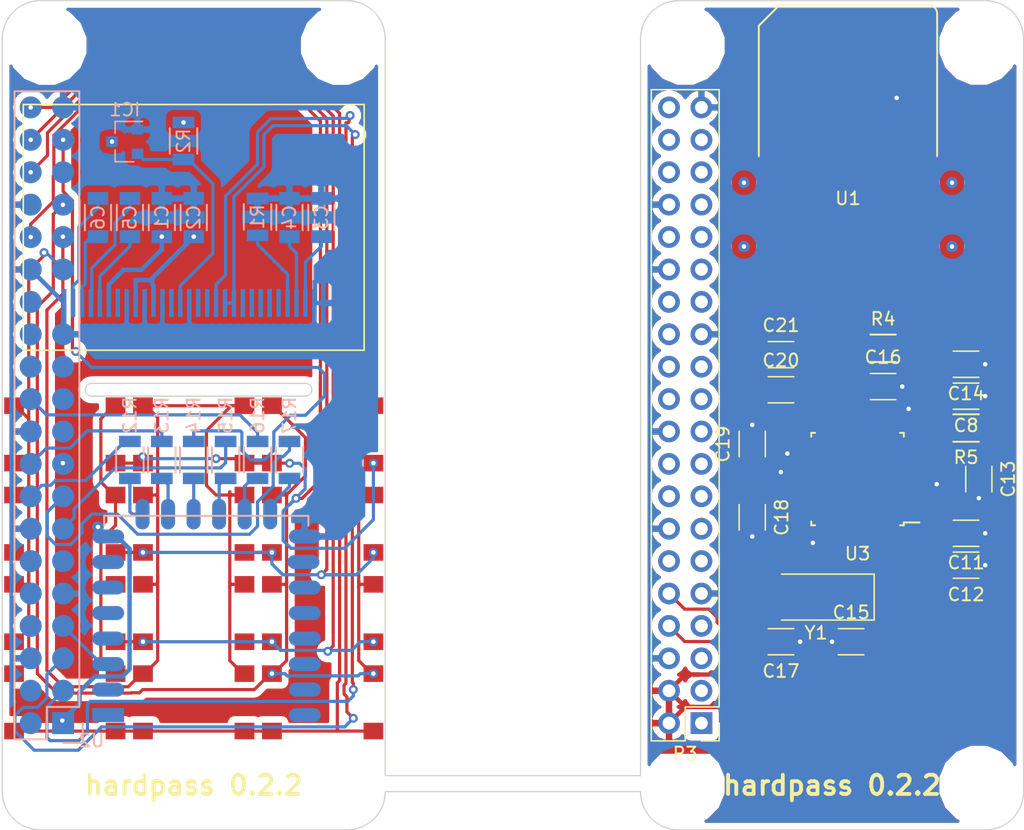
<source format=kicad_pcb>
(kicad_pcb (version 4) (host pcbnew 4.0.6-e0-6349~53~ubuntu16.04.1)
  (layers (0 F.Cu signal) (31 B.Cu signal) (34 B.Paste user) (35 F.Paste user) (36 B.SilkS user) (37 F.SilkS user) (38 B.Mask user) (39 F.Mask user) (44 Edge.Cuts user))
  (net 0 "")
  (net 1 GND)
  (net 2 +3V3)
  (net 3 "Net-(C3-Pad1)")
  (net 4 "Net-(C4-Pad1)")
  (net 5 "Net-(C5-Pad1)")
  (net 6 "Net-(C5-Pad2)")
  (net 7 "Net-(C6-Pad1)")
  (net 8 "Net-(C6-Pad2)")
  (net 9 "Net-(P1-Pad2)")
  (net 10 OLED_SDA)
  (net 11 "Net-(P1-Pad4)")
  (net 12 OLED_SCL)
  (net 13 ESP_CHPD)
  (net 14 UART_TX)
  (net 15 UART_RX)
  (net 16 SHUTDOWN)
  (net 17 "Net-(P1-Pad12)")
  (net 18 SD_D3)
  (net 19 ESP_CLK)
  (net 20 SD_CMD)
  (net 21 SD_D0)
  (net 22 "Net-(P1-Pad19)")
  (net 23 "Net-(P1-Pad21)")
  (net 24 SD_D1)
  (net 25 "Net-(P1-Pad23)")
  (net 26 "Net-(P1-Pad24)")
  (net 27 "Net-(P1-Pad26)")
  (net 28 "Net-(P1-Pad28)")
  (net 29 COL_1)
  (net 30 COL_2)
  (net 31 ROW_1)
  (net 32 COL_3)
  (net 33 "Net-(P1-Pad35)")
  (net 34 ROW_2)
  (net 35 SD_D2)
  (net 36 ROW_3)
  (net 37 ROW_4)
  (net 38 "Net-(P2-Pad26)")
  (net 39 "Net-(R12-Pad1)")
  (net 40 "Net-(R13-Pad1)")
  (net 41 "Net-(R14-Pad1)")
  (net 42 "Net-(R15-Pad1)")
  (net 43 "Net-(R16-Pad1)")
  (net 44 "Net-(R17-Pad1)")
  (net 45 "Net-(U2-Pad1)")
  (net 46 "Net-(U2-Pad2)")
  (net 47 "Net-(U2-Pad4)")
  (net 48 "Net-(U2-Pad5)")
  (net 49 "Net-(U2-Pad6)")
  (net 50 "Net-(U2-Pad7)")
  (net 51 "Net-(U2-Pad16)")
  (net 52 "Net-(U2-Pad17)")
  (net 53 "Net-(U2-Pad18)")
  (net 54 "Net-(U2-Pad19)")
  (net 55 "Net-(U2-Pad20)")
  (net 56 "Net-(U2-Pad21)")
  (net 57 "Net-(U2-Pad22)")
  (net 58 "Net-(P2-Pad7)")
  (net 59 "Net-(P2-Pad13)")
  (net 60 "Net-(P2-Pad16)")
  (net 61 "Net-(P2-Pad17)")
  (net 62 "Net-(P2-Pad21)")
  (net 63 "Net-(P2-Pad22)")
  (net 64 "Net-(P2-Pad23)")
  (net 65 "Net-(P2-Pad24)")
  (net 66 "Net-(P2-Pad25)")
  (net 67 "Net-(C14-Pad2)")
  (net 68 +5V)
  (net 69 "Net-(C13-Pad1)")
  (net 70 "Net-(C15-Pad2)")
  (net 71 "Net-(C16-Pad1)")
  (net 72 "Net-(C17-Pad2)")
  (net 73 "Net-(C20-Pad1)")
  (net 74 "Net-(C20-Pad2)")
  (net 75 "Net-(C21-Pad1)")
  (net 76 "Net-(C21-Pad2)")
  (net 77 "Net-(R4-Pad1)")
  (net 78 "Net-(R5-Pad1)")
  (net 79 "Net-(R5-Pad2)")
  (net 80 "Net-(U1-Pad4)")
  (net 81 "Net-(U1-Pad8)")
  (net 82 "Net-(U3-Pad2)")
  (net 83 "Net-(U3-Pad22)")
  (net 84 "Net-(U3-Pad23)")
  (net 85 "Net-(U3-Pad24)")
  (net 86 "Net-(SW14-Pad2)")
  (net 87 "Net-(U3-Pad29)")
  (net 88 "Net-(U3-Pad30)")
  (net 89 CARD_TX)
  (net 90 CARD_RX)
  (net 91 "Net-(P3-Pad1)")
  (net 92 "Net-(P3-Pad3)")
  (net 93 "Net-(P3-Pad5)")
  (net 94 "Net-(P3-Pad7)")
  (net 95 "Net-(P3-Pad11)")
  (net 96 "Net-(P3-Pad12)")
  (net 97 "Net-(P3-Pad13)")
  (net 98 "Net-(P3-Pad15)")
  (net 99 "Net-(P3-Pad16)")
  (net 100 "Net-(P3-Pad17)")
  (net 101 "Net-(P3-Pad18)")
  (net 102 "Net-(P3-Pad19)")
  (net 103 "Net-(P3-Pad21)")
  (net 104 "Net-(P3-Pad22)")
  (net 105 "Net-(P3-Pad23)")
  (net 106 "Net-(P3-Pad24)")
  (net 107 "Net-(P3-Pad26)")
  (net 108 "Net-(P3-Pad27)")
  (net 109 "Net-(P3-Pad28)")
  (net 110 "Net-(P3-Pad29)")
  (net 111 "Net-(P3-Pad31)")
  (net 112 "Net-(P3-Pad32)")
  (net 113 "Net-(P3-Pad33)")
  (net 114 "Net-(P3-Pad35)")
  (net 115 "Net-(P3-Pad36)")
  (net 116 "Net-(P3-Pad37)")
  (net 117 "Net-(P3-Pad38)")
  (net 118 "Net-(P3-Pad40)")
  (net 119 "Net-(R4-Pad2)")
  (net 120 "Net-(U1-Pad2)")
  (net 121 OLED_RST)
  (module TO_SOT_Packages_SMD:SOT-23 (layer B.Cu) (at 9.6 11.05 180)
    (fp_text reference IC1 (at 0 2.5 180) (layer B.SilkS) (effects (justify mirror)))
    (fp_text value APX803)
    (pad 1 smd rect (at -1 0.95 180) (size 0.9 0.8) (layers B.Cu B.Paste B.Mask) (net 1 GND))
    (pad 2 smd rect (at -1 -0.95 180) (size 0.9 0.8) (layers B.Cu B.Paste B.Mask) (net 121 OLED_RST))
    (pad 3 smd rect (at 1 0 180) (size 0.9 0.8) (layers B.Cu B.Paste B.Mask) (net 2 +3V3))
  )
  (module hardpass:Symbol_GNU-Logo_MaskTop (layer B.Cu) (at 65 21.25 180)
    (fp_text reference REF** hide)
    (fp_text value Symbol_GNU-Logo_MaskTop hide)
  )
  (module RPi_Hat:RPi_Hat_Mounting_Hole (layer F.Cu) (at 53.5 61.5)
    (fp_text reference "" hide)
    (fp_text value "" hide)
    (pad "" np_thru_hole circle (at 0 0) (size 2.75 2.75) (drill 2.75) (layers *.Cu B.Mask) (clearance 1.725))
  )
  (module RPi_Hat:RPi_Hat_Mounting_Hole (layer F.Cu) (at 76.5 61.5)
    (fp_text reference "" hide)
    (fp_text value "" hide)
    (pad "" np_thru_hole circle (at 0 0) (size 2.75 2.75) (drill 2.75) (layers *.Cu *.Mask) (clearance 1.725))
  )
  (module RPi_Hat:RPi_Hat_Mounting_Hole (layer F.Cu) (at 76.5 3.5)
    (fp_text reference "" hide)
    (fp_text value "" hide)
    (pad "" np_thru_hole circle (at 0 0) (size 2.75 2.75) (drill 2.75) (layers *.Cu *.Mask) (clearance 1.725))
  )
  (module RPi_Hat:RPi_Hat_Mounting_Hole (layer F.Cu) (at 53.5 3.5)
    (fp_text reference "" hide)
    (fp_text value "" hide)
    (pad "" np_thru_hole circle (at 0 0) (size 2.75 2.75) (drill 2.75) (layers *.Cu *.Mask) (clearance 1.725))
  )
  (module RPi_Hat:RPi_Hat_Mounting_Hole (layer F.Cu) (at 26.5 3.5)
    (fp_text reference "" hide)
    (fp_text value "" hide)
    (pad "" np_thru_hole circle (at 0 0) (size 2.75 2.75) (drill 2.75) (layers *.Cu *.Mask) (clearance 1.725))
  )
  (module RPi_Hat:RPi_Hat_Mounting_Hole (layer F.Cu) (at 26.5 61.5)
    (fp_text reference "" hide)
    (fp_text value "" hide)
    (pad "" np_thru_hole circle (at 0 0) (size 2.75 2.75) (drill 2.75) (layers *.Cu *.Mask) (clearance 1.725))
  )
  (module RPi_Hat:RPi_Hat_Mounting_Hole (layer F.Cu) (at 3.5 61.5)
    (fp_text reference "" hide)
    (fp_text value "" hide)
    (pad "" np_thru_hole circle (at 0 0) (size 2.75 2.75) (drill 2.75) (layers *.Cu *.Mask) (clearance 1.725))
  )
  (module Capacitors_SMD:C_1206 (layer F.Cu) (at 75.5 31 180)
    (fp_text reference C8 (at 0 -2.3 180) (layer F.SilkS))
    (fp_text value 220nF)
    (pad 1 smd rect (at -1.5 0 180) (size 1 1.6) (layers F.Cu F.Paste F.Mask) (net 1 GND))
    (pad 2 smd rect (at 1.5 0 180) (size 1 1.6) (layers F.Cu F.Paste F.Mask) (net 67 "Net-(C14-Pad2)"))
  )
  (module Capacitors_SMD:C_1206 (layer F.Cu) (at 75.5 28.5 180)
    (fp_text reference C14 (at 0 -2.3 180) (layer F.SilkS))
    (fp_text value 100pF)
    (pad 1 smd rect (at -1.5 0 180) (size 1 1.6) (layers F.Cu F.Paste F.Mask) (net 1 GND))
    (pad 2 smd rect (at 1.5 0 180) (size 1 1.6) (layers F.Cu F.Paste F.Mask) (net 67 "Net-(C14-Pad2)"))
  )
  (module adafruit-oled:UG-2864HSWEG01_0.96IN_WRAPAROUND (layer F.Cu) (at 15 22.5)
    (fp_text reference P2 hide)
    (fp_text value OLED_I2C hide)
    (pad 1 smd rect (at -10.15 1.2 90) (size 2.2 0.35) (layers B.Cu B.Paste B.Mask) (net 1 GND))
    (pad 2 smd rect (at -9.45 1.2 90) (size 2.2 0.35) (layers B.Cu B.Paste B.Mask) (net 7 "Net-(C6-Pad1)"))
    (pad 3 smd rect (at -8.75 1.2 90) (size 2.2 0.35) (layers B.Cu B.Paste B.Mask) (net 8 "Net-(C6-Pad2)"))
    (pad 4 smd rect (at -8.05 1.2 90) (size 2.2 0.35) (layers B.Cu B.Paste B.Mask) (net 5 "Net-(C5-Pad1)"))
    (pad 5 smd rect (at -7.35 1.2 90) (size 2.2 0.35) (layers B.Cu B.Paste B.Mask) (net 6 "Net-(C5-Pad2)"))
    (pad 6 smd rect (at -6.65 1.2 90) (size 2.2 0.35) (layers B.Cu B.Paste B.Mask) (net 2 +3V3))
    (pad 7 smd rect (at -5.95 1.2 90) (size 2.2 0.35) (layers B.Cu B.Paste B.Mask) (net 58 "Net-(P2-Pad7)"))
    (pad 8 smd rect (at -5.25 1.2 90) (size 2.2 0.35) (layers B.Cu B.Paste B.Mask) (net 1 GND))
    (pad 9 smd rect (at -4.55 1.2 90) (size 2.2 0.35) (layers B.Cu B.Paste B.Mask) (net 2 +3V3))
    (pad 10 smd rect (at -3.85 1.2 90) (size 2.2 0.35) (layers B.Cu B.Paste B.Mask) (net 1 GND))
    (pad 11 smd rect (at -3.15 1.2 90) (size 2.2 0.35) (layers B.Cu B.Paste B.Mask) (net 2 +3V3))
    (pad 12 smd rect (at -2.45 1.2 90) (size 2.2 0.35) (layers B.Cu B.Paste B.Mask) (net 1 GND))
    (pad 13 smd rect (at -1.75 1.2 90) (size 2.2 0.35) (layers B.Cu B.Paste B.Mask) (net 59 "Net-(P2-Pad13)"))
    (pad 14 smd rect (at -1.05 1.2 90) (size 2.2 0.35) (layers B.Cu B.Paste B.Mask) (net 121 OLED_RST))
    (pad 15 smd rect (at -0.35 1.2 90) (size 2.2 0.35) (layers B.Cu B.Paste B.Mask) (net 1 GND))
    (pad 16 smd rect (at 0.35 1.2 90) (size 2.2 0.35) (layers B.Cu B.Paste B.Mask) (net 60 "Net-(P2-Pad16)"))
    (pad 17 smd rect (at 1.05 1.2 90) (size 2.2 0.35) (layers B.Cu B.Paste B.Mask) (net 61 "Net-(P2-Pad17)"))
    (pad 18 smd rect (at 1.75 1.2 90) (size 2.2 0.35) (layers B.Cu B.Paste B.Mask) (net 12 OLED_SCL))
    (pad 19 smd rect (at 2.45 1.2 90) (size 2.2 0.35) (layers B.Cu B.Paste B.Mask) (net 10 OLED_SDA))
    (pad 20 smd rect (at 3.15 1.2 90) (size 2.2 0.35) (layers B.Cu B.Paste B.Mask) (net 10 OLED_SDA))
    (pad 21 smd rect (at 3.85 1.2 90) (size 2.2 0.35) (layers B.Cu B.Paste B.Mask) (net 62 "Net-(P2-Pad21)"))
    (pad 22 smd rect (at 4.55 1.2 90) (size 2.2 0.35) (layers B.Cu B.Paste B.Mask) (net 63 "Net-(P2-Pad22)"))
    (pad 23 smd rect (at 5.25 1.2 90) (size 2.2 0.35) (layers B.Cu B.Paste B.Mask) (net 64 "Net-(P2-Pad23)"))
    (pad 24 smd rect (at 5.95 1.2 90) (size 2.2 0.35) (layers B.Cu B.Paste B.Mask) (net 65 "Net-(P2-Pad24)"))
    (pad 25 smd rect (at 6.65 1.2 90) (size 2.2 0.35) (layers B.Cu B.Paste B.Mask) (net 66 "Net-(P2-Pad25)"))
    (pad 26 smd rect (at 7.35 1.2 90) (size 2.2 0.35) (layers B.Cu B.Paste B.Mask) (net 38 "Net-(P2-Pad26)"))
    (pad 27 smd rect (at 8.05 1.2 90) (size 2.2 0.35) (layers B.Cu B.Paste B.Mask) (net 4 "Net-(C4-Pad1)"))
    (pad 28 smd rect (at 8.75 1.2 90) (size 2.2 0.35) (layers B.Cu B.Paste B.Mask) (net 3 "Net-(C3-Pad1)"))
    (pad 29 smd rect (at 9.45 1.2 90) (size 2.2 0.35) (layers B.Cu B.Paste B.Mask) (net 1 GND))
    (pad 30 smd rect (at 10.15 1.2 90) (size 2.2 0.35) (layers B.Cu B.Paste B.Mask) (net 1 GND))
  )
  (module Capacitors_SMD:C_1206 (layer B.Cu) (at 12.5 17 270)
    (fp_text reference C1 (at 0 0 270) (layer B.SilkS) (effects (justify mirror)))
    (fp_text value 2.2µF)
    (pad 1 smd rect (at -1.5 0 270) (size 1 1.6) (layers B.Cu B.Paste B.Mask) (net 1 GND))
    (pad 2 smd rect (at 1.5 0 270) (size 1 1.6) (layers B.Cu B.Paste B.Mask) (net 2 +3V3))
  )
  (module Capacitors_SMD:C_1206 (layer B.Cu) (at 15 17 270)
    (fp_text reference C2 (at 0 0 270) (layer B.SilkS) (effects (justify mirror)))
    (fp_text value 2.2µF)
    (pad 1 smd rect (at -1.5 0 270) (size 1 1.6) (layers B.Cu B.Paste B.Mask) (net 1 GND))
    (pad 2 smd rect (at 1.5 0 270) (size 1 1.6) (layers B.Cu B.Paste B.Mask) (net 2 +3V3))
  )
  (module Capacitors_SMD:C_1206 (layer B.Cu) (at 25 17 90)
    (fp_text reference C3 (at 0 0 90) (layer B.SilkS) (effects (justify mirror)))
    (fp_text value 10µF)
    (pad 1 smd rect (at -1.5 0 90) (size 1 1.6) (layers B.Cu B.Paste B.Mask) (net 3 "Net-(C3-Pad1)"))
    (pad 2 smd rect (at 1.5 0 90) (size 1 1.6) (layers B.Cu B.Paste B.Mask) (net 1 GND))
  )
  (module Capacitors_SMD:C_1206 (layer B.Cu) (at 22.5 17 90)
    (fp_text reference C4 (at 0 0 90) (layer B.SilkS) (effects (justify mirror)))
    (fp_text value 2.2µF)
    (pad 1 smd rect (at -1.5 0 90) (size 1 1.6) (layers B.Cu B.Paste B.Mask) (net 4 "Net-(C4-Pad1)"))
    (pad 2 smd rect (at 1.5 0 90) (size 1 1.6) (layers B.Cu B.Paste B.Mask) (net 1 GND))
  )
  (module Capacitors_SMD:C_1206 (layer B.Cu) (at 10 17 270)
    (fp_text reference C5 (at 0 0 270) (layer B.SilkS) (effects (justify mirror)))
    (fp_text value 2.2µF)
    (pad 1 smd rect (at -1.5 0 270) (size 1 1.6) (layers B.Cu B.Paste B.Mask) (net 5 "Net-(C5-Pad1)"))
    (pad 2 smd rect (at 1.5 0 270) (size 1 1.6) (layers B.Cu B.Paste B.Mask) (net 6 "Net-(C5-Pad2)"))
  )
  (module Capacitors_SMD:C_1206 (layer B.Cu) (at 7.5 17 270)
    (fp_text reference C6 (at 0 0 270) (layer B.SilkS) (effects (justify mirror)))
    (fp_text value 2.2µF)
    (pad 1 smd rect (at -1.5 0 270) (size 1 1.6) (layers B.Cu B.Paste B.Mask) (net 7 "Net-(C6-Pad1)"))
    (pad 2 smd rect (at 1.5 0 270) (size 1 1.6) (layers B.Cu B.Paste B.Mask) (net 8 "Net-(C6-Pad2)"))
  )
  (module Resistors_SMD:R_1206 (layer B.Cu) (at 20 16.95 90)
    (fp_text reference R1 (at 0 0 90) (layer B.SilkS) (effects (justify mirror)))
    (fp_text value 390k)
    (pad 1 smd rect (at -1.45 0 90) (size 0.9 1.7) (layers B.Cu B.Paste B.Mask) (net 38 "Net-(P2-Pad26)"))
    (pad 2 smd rect (at 1.45 0 90) (size 0.9 1.7) (layers B.Cu B.Paste B.Mask) (net 1 GND))
  )
  (module Resistors_SMD:R_1206 (layer B.Cu) (at 14.2 11 270)
    (fp_text reference R2 (at 0 0 270) (layer B.SilkS) (effects (justify mirror)))
    (fp_text value 10k)
    (pad 1 smd rect (at -1.45 0 270) (size 0.9 1.7) (layers B.Cu B.Paste B.Mask) (net 2 +3V3))
    (pad 2 smd rect (at 1.45 0 270) (size 0.9 1.7) (layers B.Cu B.Paste B.Mask) (net 121 OLED_RST))
  )
  (module Resistors_SMD:R_1206 (layer B.Cu) (at 10 36 90)
    (fp_text reference R12 (at 3.5 0 90) (layer B.SilkS) (effects (justify mirror)))
    (fp_text value 33)
    (pad 1 smd rect (at -1.45 0 90) (size 0.9 1.7) (layers B.Cu B.Paste B.Mask) (net 39 "Net-(R12-Pad1)"))
    (pad 2 smd rect (at 1.45 0 90) (size 0.9 1.7) (layers B.Cu B.Paste B.Mask) (net 20 SD_CMD))
  )
  (module Resistors_SMD:R_1206 (layer B.Cu) (at 12.5 36 90)
    (fp_text reference R13 (at 3.5 0 90) (layer B.SilkS) (effects (justify mirror)))
    (fp_text value 33)
    (pad 1 smd rect (at -1.45 0 90) (size 0.9 1.7) (layers B.Cu B.Paste B.Mask) (net 40 "Net-(R13-Pad1)"))
    (pad 2 smd rect (at 1.45 0 90) (size 0.9 1.7) (layers B.Cu B.Paste B.Mask) (net 21 SD_D0))
  )
  (module Resistors_SMD:R_1206 (layer B.Cu) (at 15 36 90)
    (fp_text reference R14 (at 3.5 0 90) (layer B.SilkS) (effects (justify mirror)))
    (fp_text value 33)
    (pad 1 smd rect (at -1.45 0 90) (size 0.9 1.7) (layers B.Cu B.Paste B.Mask) (net 41 "Net-(R14-Pad1)"))
    (pad 2 smd rect (at 1.45 0 90) (size 0.9 1.7) (layers B.Cu B.Paste B.Mask) (net 35 SD_D2))
  )
  (module Resistors_SMD:R_1206 (layer B.Cu) (at 17.5 36 90)
    (fp_text reference R15 (at 3.5 0 90) (layer B.SilkS) (effects (justify mirror)))
    (fp_text value 33)
    (pad 1 smd rect (at -1.45 0 90) (size 0.9 1.7) (layers B.Cu B.Paste B.Mask) (net 42 "Net-(R15-Pad1)"))
    (pad 2 smd rect (at 1.45 0 90) (size 0.9 1.7) (layers B.Cu B.Paste B.Mask) (net 18 SD_D3))
  )
  (module Resistors_SMD:R_1206 (layer B.Cu) (at 20 36 90)
    (fp_text reference R16 (at 3.5 0 90) (layer B.SilkS) (effects (justify mirror)))
    (fp_text value 33)
    (pad 1 smd rect (at -1.45 0 90) (size 0.9 1.7) (layers B.Cu B.Paste B.Mask) (net 43 "Net-(R16-Pad1)"))
    (pad 2 smd rect (at 1.45 0 90) (size 0.9 1.7) (layers B.Cu B.Paste B.Mask) (net 24 SD_D1))
  )
  (module Resistors_SMD:R_1206 (layer B.Cu) (at 22.5 36 90)
    (fp_text reference R17 (at 3.5 0 90) (layer B.SilkS) (effects (justify mirror)))
    (fp_text value 33)
    (pad 1 smd rect (at -1.45 0 90) (size 0.9 1.7) (layers B.Cu B.Paste B.Mask) (net 44 "Net-(R17-Pad1)"))
    (pad 2 smd rect (at 1.45 0 90) (size 0.9 1.7) (layers B.Cu B.Paste B.Mask) (net 19 ESP_CLK))
  )
  (module hardpass:ESP-12E_smd (layer B.Cu) (at 9 56)
    (fp_text reference U2 (at -2 2) (layer B.SilkS) (effects (justify mirror)))
    (fp_text value ESP-12E)
    (pad 1 smd rect (at 0 0) (size 2.5 1.1) (drill (offset -0.7 0)) (layers B.Cu B.Paste B.Mask) (net 45 "Net-(U2-Pad1)"))
    (pad 2 smd oval (at 0 -2) (size 2.5 1.1) (drill (offset -0.7 0)) (layers B.Cu B.Paste B.Mask) (net 46 "Net-(U2-Pad2)"))
    (pad 3 smd oval (at 0 -4) (size 2.5 1.1) (drill (offset -0.7 0)) (layers B.Cu B.Paste B.Mask) (net 13 ESP_CHPD))
    (pad 4 smd oval (at 0 -6) (size 2.5 1.1) (drill (offset -0.7 0)) (layers B.Cu B.Paste B.Mask) (net 47 "Net-(U2-Pad4)"))
    (pad 5 smd oval (at 0 -8) (size 2.5 1.1) (drill (offset -0.7 0)) (layers B.Cu B.Paste B.Mask) (net 48 "Net-(U2-Pad5)"))
    (pad 6 smd oval (at 0 -10) (size 2.5 1.1) (drill (offset -0.7 0)) (layers B.Cu B.Paste B.Mask) (net 49 "Net-(U2-Pad6)"))
    (pad 7 smd oval (at 0 -12) (size 2.5 1.1) (drill (offset -0.7 0)) (layers B.Cu B.Paste B.Mask) (net 50 "Net-(U2-Pad7)"))
    (pad 8 smd oval (at 0 -14) (size 2.5 1.1) (drill (offset -0.7 0)) (layers B.Cu B.Paste B.Mask) (net 2 +3V3))
    (pad 9 smd oval (at 1.99 -15.75 270) (size 2.4 1.1) (layers B.Cu B.Paste B.Mask) (net 39 "Net-(R12-Pad1)"))
    (pad 10 smd oval (at 3.99 -15.75 270) (size 2.4 1.1) (layers B.Cu B.Paste B.Mask) (net 40 "Net-(R13-Pad1)"))
    (pad 11 smd oval (at 5.99 -15.75 270) (size 2.4 1.1) (layers B.Cu B.Paste B.Mask) (net 41 "Net-(R14-Pad1)"))
    (pad 12 smd oval (at 7.99 -15.75 270) (size 2.4 1.1) (layers B.Cu B.Paste B.Mask) (net 42 "Net-(R15-Pad1)"))
    (pad 13 smd oval (at 9.99 -15.75 270) (size 2.4 1.1) (layers B.Cu B.Paste B.Mask) (net 43 "Net-(R16-Pad1)"))
    (pad 14 smd oval (at 11.99 -15.75 270) (size 2.4 1.1) (layers B.Cu B.Paste B.Mask) (net 44 "Net-(R17-Pad1)"))
    (pad 15 smd oval (at 14 -14) (size 2.5 1.1) (drill (offset 0.7 0)) (layers B.Cu B.Paste B.Mask) (net 1 GND))
    (pad 16 smd oval (at 14 -12) (size 2.5 1.1) (drill (offset 0.6 0)) (layers B.Cu B.Paste B.Mask) (net 51 "Net-(U2-Pad16)"))
    (pad 17 smd oval (at 14 -10) (size 2.5 1.1) (drill (offset 0.7 0)) (layers B.Cu B.Paste B.Mask) (net 52 "Net-(U2-Pad17)"))
    (pad 18 smd oval (at 14 -8) (size 2.5 1.1) (drill (offset 0.7 0)) (layers B.Cu B.Paste B.Mask) (net 53 "Net-(U2-Pad18)"))
    (pad 19 smd oval (at 14 -6) (size 2.5 1.1) (drill (offset 0.7 0)) (layers B.Cu B.Paste B.Mask) (net 54 "Net-(U2-Pad19)"))
    (pad 20 smd oval (at 14 -4) (size 2.5 1.1) (drill (offset 0.7 0)) (layers B.Cu B.Paste B.Mask) (net 55 "Net-(U2-Pad20)"))
    (pad 21 smd oval (at 14 -2) (size 2.5 1.1) (drill (offset 0.7 0)) (layers B.Cu B.Paste B.Mask) (net 56 "Net-(U2-Pad21)"))
    (pad 22 smd oval (at 14 0) (size 2.5 1.1) (drill (offset 0.7 0)) (layers B.Cu B.Paste B.Mask) (net 57 "Net-(U2-Pad22)"))
  )
  (module hardpass:SW_SPST_PTS645_nosilk (layer F.Cu) (at 25.1 55)
    (fp_text reference SW12 hide)
    (fp_text value OK/DN)
    (pad 2 smd rect (at -3.975 2.25) (size 1.55 1.3) (layers F.Cu F.Paste F.Mask) (net 37 ROW_4))
    (pad 1 smd rect (at -3.975 -2.25) (size 1.55 1.3) (layers F.Cu F.Paste F.Mask) (net 32 COL_3))
    (pad 1 smd rect (at 3.975 -2.25) (size 1.55 1.3) (layers F.Cu F.Paste F.Mask) (net 32 COL_3))
    (pad 2 smd rect (at 3.975 2.25) (size 1.55 1.3) (layers F.Cu F.Paste F.Mask) (net 37 ROW_4))
  )
  (module hardpass:SW_SPST_PTS645_nosilk (layer F.Cu) (at 15 55)
    (fp_text reference SW11 hide)
    (fp_text value 0/OK)
    (pad 2 smd rect (at -3.975 2.25) (size 1.55 1.3) (layers F.Cu F.Paste F.Mask) (net 37 ROW_4))
    (pad 1 smd rect (at -3.975 -2.25) (size 1.55 1.3) (layers F.Cu F.Paste F.Mask) (net 30 COL_2))
    (pad 1 smd rect (at 3.975 -2.25) (size 1.55 1.3) (layers F.Cu F.Paste F.Mask) (net 30 COL_2))
    (pad 2 smd rect (at 3.975 2.25) (size 1.55 1.3) (layers F.Cu F.Paste F.Mask) (net 37 ROW_4))
  )
  (module hardpass:SW_SPST_PTS645_nosilk (layer F.Cu) (at 4.9 55)
    (fp_text reference SW10 hide)
    (fp_text value C/UP)
    (pad 2 smd rect (at -3.975 2.25) (size 1.55 1.3) (layers F.Cu F.Paste F.Mask) (net 37 ROW_4))
    (pad 1 smd rect (at -3.975 -2.25) (size 1.55 1.3) (layers F.Cu F.Paste F.Mask) (net 29 COL_1))
    (pad 1 smd rect (at 3.975 -2.25) (size 1.55 1.3) (layers F.Cu F.Paste F.Mask) (net 29 COL_1))
    (pad 2 smd rect (at 3.975 2.25) (size 1.55 1.3) (layers F.Cu F.Paste F.Mask) (net 37 ROW_4))
  )
  (module hardpass:SW_SPST_PTS645_nosilk (layer F.Cu) (at 25.1 48)
    (fp_text reference SW9 hide)
    (fp_text value 9)
    (pad 2 smd rect (at -3.975 2.25) (size 1.55 1.3) (layers F.Cu F.Paste F.Mask) (net 36 ROW_3))
    (pad 1 smd rect (at -3.975 -2.25) (size 1.55 1.3) (layers F.Cu F.Paste F.Mask) (net 32 COL_3))
    (pad 1 smd rect (at 3.975 -2.25) (size 1.55 1.3) (layers F.Cu F.Paste F.Mask) (net 32 COL_3))
    (pad 2 smd rect (at 3.975 2.25) (size 1.55 1.3) (layers F.Cu F.Paste F.Mask) (net 36 ROW_3))
  )
  (module hardpass:SW_SPST_PTS645_nosilk (layer F.Cu) (at 15 48)
    (fp_text reference SW8 hide)
    (fp_text value 8)
    (pad 2 smd rect (at -3.975 2.25) (size 1.55 1.3) (layers F.Cu F.Paste F.Mask) (net 36 ROW_3))
    (pad 1 smd rect (at -3.975 -2.25) (size 1.55 1.3) (layers F.Cu F.Paste F.Mask) (net 30 COL_2))
    (pad 1 smd rect (at 3.975 -2.25) (size 1.55 1.3) (layers F.Cu F.Paste F.Mask) (net 30 COL_2))
    (pad 2 smd rect (at 3.975 2.25) (size 1.55 1.3) (layers F.Cu F.Paste F.Mask) (net 36 ROW_3))
  )
  (module hardpass:SW_SPST_PTS645_nosilk (layer F.Cu) (at 4.9 48)
    (fp_text reference SW7 hide)
    (fp_text value 7)
    (pad 2 smd rect (at -3.975 2.25) (size 1.55 1.3) (layers F.Cu F.Paste F.Mask) (net 36 ROW_3))
    (pad 1 smd rect (at -3.975 -2.25) (size 1.55 1.3) (layers F.Cu F.Paste F.Mask) (net 29 COL_1))
    (pad 1 smd rect (at 3.975 -2.25) (size 1.55 1.3) (layers F.Cu F.Paste F.Mask) (net 29 COL_1))
    (pad 2 smd rect (at 3.975 2.25) (size 1.55 1.3) (layers F.Cu F.Paste F.Mask) (net 36 ROW_3))
  )
  (module hardpass:SW_SPST_PTS645_nosilk (layer F.Cu) (at 25.1 41)
    (fp_text reference SW6 hide)
    (fp_text value 6)
    (pad 2 smd rect (at -3.975 2.25) (size 1.55 1.3) (layers F.Cu F.Paste F.Mask) (net 34 ROW_2))
    (pad 1 smd rect (at -3.975 -2.25) (size 1.55 1.3) (layers F.Cu F.Paste F.Mask) (net 32 COL_3))
    (pad 1 smd rect (at 3.975 -2.25) (size 1.55 1.3) (layers F.Cu F.Paste F.Mask) (net 32 COL_3))
    (pad 2 smd rect (at 3.975 2.25) (size 1.55 1.3) (layers F.Cu F.Paste F.Mask) (net 34 ROW_2))
  )
  (module hardpass:SW_SPST_PTS645_nosilk (layer F.Cu) (at 15 41)
    (fp_text reference SW5 hide)
    (fp_text value 5)
    (pad 2 smd rect (at -3.975 2.25) (size 1.55 1.3) (layers F.Cu F.Paste F.Mask) (net 34 ROW_2))
    (pad 1 smd rect (at -3.975 -2.25) (size 1.55 1.3) (layers F.Cu F.Paste F.Mask) (net 30 COL_2))
    (pad 1 smd rect (at 3.975 -2.25) (size 1.55 1.3) (layers F.Cu F.Paste F.Mask) (net 30 COL_2))
    (pad 2 smd rect (at 3.975 2.25) (size 1.55 1.3) (layers F.Cu F.Paste F.Mask) (net 34 ROW_2))
  )
  (module hardpass:SW_SPST_PTS645_nosilk (layer F.Cu) (at 4.9 41)
    (fp_text reference SW4 hide)
    (fp_text value 4)
    (pad 2 smd rect (at -3.975 2.25) (size 1.55 1.3) (layers F.Cu F.Paste F.Mask) (net 34 ROW_2))
    (pad 1 smd rect (at -3.975 -2.25) (size 1.55 1.3) (layers F.Cu F.Paste F.Mask) (net 29 COL_1))
    (pad 1 smd rect (at 3.975 -2.25) (size 1.55 1.3) (layers F.Cu F.Paste F.Mask) (net 29 COL_1))
    (pad 2 smd rect (at 3.975 2.25) (size 1.55 1.3) (layers F.Cu F.Paste F.Mask) (net 34 ROW_2))
  )
  (module hardpass:SW_SPST_PTS645_nosilk (layer F.Cu) (at 25.1 34)
    (fp_text reference SW3 hide)
    (fp_text value 3)
    (pad 2 smd rect (at -3.975 2.25) (size 1.55 1.3) (layers F.Cu F.Paste F.Mask) (net 31 ROW_1))
    (pad 1 smd rect (at -3.975 -2.25) (size 1.55 1.3) (layers F.Cu F.Paste F.Mask) (net 32 COL_3))
    (pad 1 smd rect (at 3.975 -2.25) (size 1.55 1.3) (layers F.Cu F.Paste F.Mask) (net 32 COL_3))
    (pad 2 smd rect (at 3.975 2.25) (size 1.55 1.3) (layers F.Cu F.Paste F.Mask) (net 31 ROW_1))
  )
  (module hardpass:SW_SPST_PTS645_nosilk (layer F.Cu) (at 15 34)
    (fp_text reference SW2 hide)
    (fp_text value 2)
    (pad 2 smd rect (at -3.975 2.25) (size 1.55 1.3) (layers F.Cu F.Paste F.Mask) (net 31 ROW_1))
    (pad 1 smd rect (at -3.975 -2.25) (size 1.55 1.3) (layers F.Cu F.Paste F.Mask) (net 30 COL_2))
    (pad 1 smd rect (at 3.975 -2.25) (size 1.55 1.3) (layers F.Cu F.Paste F.Mask) (net 30 COL_2))
    (pad 2 smd rect (at 3.975 2.25) (size 1.55 1.3) (layers F.Cu F.Paste F.Mask) (net 31 ROW_1))
  )
  (module hardpass:SW_SPST_PTS645_nosilk (layer F.Cu) (at 4.9 34)
    (fp_text reference SW1 hide)
    (fp_text value 1)
    (pad 2 smd rect (at -3.975 2.25) (size 1.55 1.3) (layers F.Cu F.Paste F.Mask) (net 31 ROW_1))
    (pad 1 smd rect (at -3.975 -2.25) (size 1.55 1.3) (layers F.Cu F.Paste F.Mask) (net 29 COL_1))
    (pad 1 smd rect (at 3.975 -2.25) (size 1.55 1.3) (layers F.Cu F.Paste F.Mask) (net 29 COL_1))
    (pad 2 smd rect (at 3.975 2.25) (size 1.55 1.3) (layers F.Cu F.Paste F.Mask) (net 31 ROW_1))
  )
  (module hardpass:Pin_Header_Mirrored-NoHoles_centered_2x20 (layer B.Cu) (at 3.5 32.5)
    (fp_text reference P1 hide)
    (fp_text value Pi_Zero hide)
    (pad 1 smd rect (at 1.2697 24.13 180) (size 1.7272 1.7272) (layers B.Cu B.Paste B.Mask) (net 2 +3V3))
    (pad 2 smd oval (at -1.2703 24.13 180) (size 1.7272 1.7272) (layers B.Cu B.Paste B.Mask) (net 9 "Net-(P1-Pad2)"))
    (pad 3 smd oval (at 1.2697 21.59 180) (size 1.7272 1.7272) (layers B.Cu B.Paste B.Mask) (net 10 OLED_SDA))
    (pad 4 smd oval (at -1.2703 21.59 180) (size 1.7272 1.7272) (layers B.Cu B.Paste B.Mask) (net 11 "Net-(P1-Pad4)"))
    (pad 5 smd oval (at 1.2697 19.05 180) (size 1.7272 1.7272) (layers B.Cu B.Paste B.Mask) (net 12 OLED_SCL))
    (pad 6 smd oval (at -1.2703 19.05 180) (size 1.7272 1.7272) (layers B.Cu B.Paste B.Mask) (net 1 GND))
    (pad 7 smd oval (at 1.2697 16.51 180) (size 1.7272 1.7272) (layers B.Cu B.Paste B.Mask) (net 13 ESP_CHPD))
    (pad 8 smd oval (at -1.2703 16.51 180) (size 1.7272 1.7272) (layers B.Cu B.Paste B.Mask) (net 14 UART_TX))
    (pad 9 smd oval (at 1.2697 13.97 180) (size 1.7272 1.7272) (layers B.Cu B.Paste B.Mask) (net 1 GND))
    (pad 10 smd oval (at -1.2703 13.97 180) (size 1.7272 1.7272) (layers B.Cu B.Paste B.Mask) (net 15 UART_RX))
    (pad 11 smd oval (at 1.2697 11.43 180) (size 1.7272 1.7272) (layers B.Cu B.Paste B.Mask) (net 16 SHUTDOWN))
    (pad 12 smd oval (at -1.2703 11.43 180) (size 1.7272 1.7272) (layers B.Cu B.Paste B.Mask) (net 17 "Net-(P1-Pad12)"))
    (pad 13 smd oval (at 1.2697 8.89 180) (size 1.7272 1.7272) (layers B.Cu B.Paste B.Mask) (net 18 SD_D3))
    (pad 14 smd oval (at -1.2703 8.89 180) (size 1.7272 1.7272) (layers B.Cu B.Paste B.Mask) (net 1 GND))
    (pad 15 smd oval (at 1.2697 6.35 180) (size 1.7272 1.7272) (layers B.Cu B.Paste B.Mask) (net 19 ESP_CLK))
    (pad 16 smd oval (at -1.2703 6.35 180) (size 1.7272 1.7272) (layers B.Cu B.Paste B.Mask) (net 20 SD_CMD))
    (pad 17 smd oval (at 1.2697 3.81 180) (size 1.7272 1.7272) (layers B.Cu B.Paste B.Mask) (net 2 +3V3))
    (pad 18 smd oval (at -1.2703 3.81 180) (size 1.7272 1.7272) (layers B.Cu B.Paste B.Mask) (net 21 SD_D0))
    (pad 19 smd oval (at 1.2697 1.27 180) (size 1.7272 1.7272) (layers B.Cu B.Paste B.Mask) (net 22 "Net-(P1-Pad19)"))
    (pad 20 smd oval (at -1.2703 1.27 180) (size 1.7272 1.7272) (layers B.Cu B.Paste B.Mask) (net 1 GND))
    (pad 21 smd oval (at 1.2697 -1.27 180) (size 1.7272 1.7272) (layers B.Cu B.Paste B.Mask) (net 23 "Net-(P1-Pad21)"))
    (pad 22 smd oval (at -1.2703 -1.27 180) (size 1.7272 1.7272) (layers B.Cu B.Paste B.Mask) (net 24 SD_D1))
    (pad 23 smd oval (at 1.2697 -3.81 180) (size 1.7272 1.7272) (layers B.Cu B.Paste B.Mask) (net 25 "Net-(P1-Pad23)"))
    (pad 24 smd oval (at -1.2703 -3.81 180) (size 1.7272 1.7272) (layers B.Cu B.Paste B.Mask) (net 26 "Net-(P1-Pad24)"))
    (pad 26 smd oval (at -1.2703 -6.35 180) (size 1.7272 1.7272) (layers B.Cu B.Paste B.Mask) (net 27 "Net-(P1-Pad26)"))
    (pad 28 smd oval (at -1.2703 -8.89 180) (size 1.7272 1.7272) (layers B.Cu B.Paste B.Mask) (net 28 "Net-(P1-Pad28)"))
    (pad 29 smd oval (at 1.2697 -11.43 180) (size 1.7272 1.7272) (layers B.Cu B.Paste B.Mask) (net 29 COL_1))
    (pad 30 smd oval (at -1.2703 -11.43 180) (size 1.7272 1.7272) (layers B.Cu B.Paste B.Mask) (net 1 GND))
    (pad 31 smd oval (at 1.2697 -13.97 180) (size 1.7272 1.7272) (layers B.Cu B.Paste B.Mask) (net 30 COL_2))
    (pad 32 smd oval (at -1.2703 -13.97 180) (size 1.7272 1.7272) (layers B.Cu B.Paste B.Mask) (net 31 ROW_1))
    (pad 33 smd oval (at 1.2697 -16.51 180) (size 1.7272 1.7272) (layers B.Cu B.Paste B.Mask) (net 32 COL_3))
    (pad 34 smd oval (at -1.2703 -16.51 180) (size 1.7272 1.7272) (layers B.Cu B.Paste B.Mask) (net 1 GND))
    (pad 35 smd oval (at 1.2697 -19.05 180) (size 1.7272 1.7272) (layers B.Cu B.Paste B.Mask) (net 33 "Net-(P1-Pad35)"))
    (pad 36 smd oval (at -1.2703 -19.05 180) (size 1.7272 1.7272) (layers B.Cu B.Paste B.Mask) (net 34 ROW_2))
    (pad 37 smd oval (at 1.2697 -21.59 180) (size 1.7272 1.7272) (layers B.Cu B.Paste B.Mask) (net 35 SD_D2))
    (pad 38 smd oval (at -1.2703 -21.59 180) (size 1.7272 1.7272) (layers B.Cu B.Paste B.Mask) (net 36 ROW_3))
    (pad 39 smd oval (at 1.2697 -24.13 180) (size 1.7272 1.7272) (layers B.Cu B.Paste B.Mask) (net 1 GND))
    (pad 40 smd oval (at -1.2703 -24.13 180) (size 1.7272 1.7272) (layers B.Cu B.Paste B.Mask) (net 37 ROW_4))
    (pad 25 smd oval (at 1.27 -6.35 180) (size 1.7272 1.7272) (layers B.Cu B.Paste B.Mask) (net 1 GND))
  )
  (module Capacitors_SMD:C_1206 (layer F.Cu) (at 75.5 41.75 180)
    (fp_text reference C11 (at 0 -2.3 180) (layer F.SilkS))
    (fp_text value 10µF)
    (pad 1 smd rect (at -1.5 0 180) (size 1 1.6) (layers F.Cu F.Paste F.Mask) (net 1 GND))
    (pad 2 smd rect (at 1.5 0 180) (size 1 1.6) (layers F.Cu F.Paste F.Mask) (net 68 +5V))
  )
  (module Capacitors_SMD:C_1206 (layer F.Cu) (at 75.5 44.25 180)
    (fp_text reference C12 (at 0 -2.3 180) (layer F.SilkS))
    (fp_text value 100nF)
    (pad 1 smd rect (at -1.5 0 180) (size 1 1.6) (layers F.Cu F.Paste F.Mask) (net 1 GND))
    (pad 2 smd rect (at 1.5 0 180) (size 1 1.6) (layers F.Cu F.Paste F.Mask) (net 68 +5V))
  )
  (module Capacitors_SMD:C_1206 (layer F.Cu) (at 76.5 37.5 270)
    (fp_text reference C13 (at 0 -2.3 270) (layer F.SilkS))
    (fp_text value 22nF)
    (pad 1 smd rect (at -1.5 0 270) (size 1 1.6) (layers F.Cu F.Paste F.Mask) (net 69 "Net-(C13-Pad1)"))
    (pad 2 smd rect (at 1.5 0 270) (size 1 1.6) (layers F.Cu F.Paste F.Mask) (net 1 GND))
  )
  (module Capacitors_SMD:C_1206 (layer F.Cu) (at 66.5 50.25)
    (fp_text reference C15 (at 0 -2.3) (layer F.SilkS))
    (fp_text value 22pF)
    (pad 1 smd rect (at -1.5 0) (size 1 1.6) (layers F.Cu F.Paste F.Mask) (net 1 GND))
    (pad 2 smd rect (at 1.5 0) (size 1 1.6) (layers F.Cu F.Paste F.Mask) (net 70 "Net-(C15-Pad2)"))
  )
  (module Capacitors_SMD:C_1206 (layer F.Cu) (at 69 30.25)
    (fp_text reference C16 (at 0 -2.3) (layer F.SilkS))
    (fp_text value 220nF)
    (pad 1 smd rect (at -1.5 0) (size 1 1.6) (layers F.Cu F.Paste F.Mask) (net 71 "Net-(C16-Pad1)"))
    (pad 2 smd rect (at 1.5 0) (size 1 1.6) (layers F.Cu F.Paste F.Mask) (net 1 GND))
  )
  (module Capacitors_SMD:C_1206 (layer F.Cu) (at 61 50.25 180)
    (fp_text reference C17 (at 0 -2.3 180) (layer F.SilkS))
    (fp_text value 22pF)
    (pad 1 smd rect (at -1.5 0 180) (size 1 1.6) (layers F.Cu F.Paste F.Mask) (net 1 GND))
    (pad 2 smd rect (at 1.5 0 180) (size 1 1.6) (layers F.Cu F.Paste F.Mask) (net 72 "Net-(C17-Pad2)"))
  )
  (module Capacitors_SMD:C_1206 (layer F.Cu) (at 58.75 40.5 270)
    (fp_text reference C18 (at 0 -2.3 270) (layer F.SilkS))
    (fp_text value 100nF)
    (pad 1 smd rect (at -1.5 0 270) (size 1 1.6) (layers F.Cu F.Paste F.Mask) (net 68 +5V))
    (pad 2 smd rect (at 1.5 0 270) (size 1 1.6) (layers F.Cu F.Paste F.Mask) (net 1 GND))
  )
  (module Capacitors_SMD:C_1206 (layer F.Cu) (at 58.75 34.75 90)
    (fp_text reference C19 (at 0 -2.3 90) (layer F.SilkS))
    (fp_text value 10µF)
    (pad 1 smd rect (at -1.5 0 90) (size 1 1.6) (layers F.Cu F.Paste F.Mask) (net 68 +5V))
    (pad 2 smd rect (at 1.5 0 90) (size 1 1.6) (layers F.Cu F.Paste F.Mask) (net 1 GND))
  )
  (module Capacitors_SMD:C_1206 (layer F.Cu) (at 61 30.5)
    (fp_text reference C20 (at 0 -2.3) (layer F.SilkS))
    (fp_text value 220nF)
    (pad 1 smd rect (at -1.5 0) (size 1 1.6) (layers F.Cu F.Paste F.Mask) (net 73 "Net-(C20-Pad1)"))
    (pad 2 smd rect (at 1.5 0) (size 1 1.6) (layers F.Cu F.Paste F.Mask) (net 74 "Net-(C20-Pad2)"))
  )
  (module Capacitors_SMD:C_1206 (layer F.Cu) (at 61 27.75)
    (fp_text reference C21 (at 0 -2.3) (layer F.SilkS))
    (fp_text value 220nF)
    (pad 1 smd rect (at -1.5 0) (size 1 1.6) (layers F.Cu F.Paste F.Mask) (net 75 "Net-(C21-Pad1)"))
    (pad 2 smd rect (at 1.5 0) (size 1 1.6) (layers F.Cu F.Paste F.Mask) (net 76 "Net-(C21-Pad2)"))
  )
  (module Resistors_SMD:R_1206 (layer F.Cu) (at 69 27.25)
    (fp_text reference R4 (at 0 -2.3) (layer F.SilkS))
    (fp_text value 100)
    (pad 1 smd rect (at -1.45 0) (size 0.9 1.7) (layers F.Cu F.Paste F.Mask) (net 77 "Net-(R4-Pad1)"))
    (pad 2 smd rect (at 1.45 0) (size 0.9 1.7) (layers F.Cu F.Paste F.Mask) (net 119 "Net-(R4-Pad2)"))
  )
  (module Resistors_SMD:R_1206 (layer F.Cu) (at 75.5 33.5 180)
    (fp_text reference R5 (at 0 -2.3 180) (layer F.SilkS))
    (fp_text value 180)
    (pad 1 smd rect (at -1.45 0 180) (size 0.9 1.7) (layers F.Cu F.Paste F.Mask) (net 78 "Net-(R5-Pad1)"))
    (pad 2 smd rect (at 1.45 0 180) (size 0.9 1.7) (layers F.Cu F.Paste F.Mask) (net 79 "Net-(R5-Pad2)"))
  )
  (module hardpass:CAF99-08153-S132 (layer F.Cu) (at 66.25 16 180)
    (fp_text reference U1 (at 0 0.5 180) (layer F.SilkS))
    (fp_text value ISO7816)
    (pad 1 smd rect (at -3.81 -7.975 180) (size 1.3 1.2) (layers F.Cu F.Paste F.Mask) (net 67 "Net-(C14-Pad2)"))
    (pad 2 smd rect (at -1.27 -7.975 180) (size 1.3 1.2) (layers F.Cu F.Paste F.Mask) (net 120 "Net-(U1-Pad2)"))
    (pad 3 smd rect (at 1.27 -7.975 180) (size 1.3 1.2) (layers F.Cu F.Paste F.Mask) (net 77 "Net-(R4-Pad1)"))
    (pad 4 smd rect (at 3.81 -7.975 180) (size 1.3 1.2) (layers F.Cu F.Paste F.Mask) (net 80 "Net-(U1-Pad4)"))
    (pad 5 smd rect (at -3.81 8.375 180) (size 1.3 1.2) (layers F.Cu F.Paste F.Mask) (net 1 GND))
    (pad 6 smd rect (at -1.27 8.375 180) (size 1.3 1.2) (layers F.Cu F.Paste F.Mask) (net 67 "Net-(C14-Pad2)"))
    (pad 7 smd rect (at 1.27 8.375 180) (size 1.3 1.2) (layers F.Cu F.Paste F.Mask) (net 78 "Net-(R5-Pad1)"))
    (pad 8 smd rect (at 3.81 8.375 180) (size 1.3 1.2) (layers F.Cu F.Paste F.Mask) (net 81 "Net-(U1-Pad8)"))
    (pad "" connect rect (at -8.15 -3.275 180) (size 1.9 3) (layers F.Cu F.Mask))
    (pad "" connect rect (at 8.15 -3.275 180) (size 1.9 3) (layers F.Cu F.Mask))
    (pad "" connect rect (at 8.15 1.725 180) (size 1.9 3) (layers F.Cu F.Mask))
    (pad "" connect rect (at -8.15 1.725 180) (size 1.9 3) (layers F.Cu F.Mask))
  )
  (module Housings_QFP:LQFP-32_7x7mm_Pitch0.8mm (layer F.Cu) (at 67 37.5 180)
    (fp_text reference U3 (at 0 -5.85 180) (layer F.SilkS))
    (fp_text value TDA8029)
    (pad 1 smd rect (at -4.25 -2.8 180) (size 1.2 0.6) (layers F.Cu F.Paste F.Mask) (net 68 +5V))
    (pad 2 smd rect (at -4.25 -2 180) (size 1.2 0.6) (layers F.Cu F.Paste F.Mask) (net 82 "Net-(U3-Pad2)"))
    (pad 3 smd rect (at -4.25 -1.2 180) (size 1.2 0.6) (layers F.Cu F.Paste F.Mask) (net 68 +5V))
    (pad 4 smd rect (at -4.25 -0.4 180) (size 1.2 0.6) (layers F.Cu F.Paste F.Mask) (net 1 GND))
    (pad 5 smd rect (at -4.25 0.4 180) (size 1.2 0.6) (layers F.Cu F.Paste F.Mask) (net 68 +5V))
    (pad 6 smd rect (at -4.25 1.2 180) (size 1.2 0.6) (layers F.Cu F.Paste F.Mask) (net 69 "Net-(C13-Pad1)"))
    (pad 7 smd rect (at -4.25 2 180) (size 1.2 0.6) (layers F.Cu F.Paste F.Mask) (net 79 "Net-(R5-Pad2)"))
    (pad 8 smd rect (at -4.25 2.8 180) (size 1.2 0.6) (layers F.Cu F.Paste F.Mask) (net 68 +5V))
    (pad 9 smd rect (at -2.8 4.25 270) (size 1.2 0.6) (layers F.Cu F.Paste F.Mask) (net 1 GND))
    (pad 10 smd rect (at -2 4.25 270) (size 1.2 0.6) (layers F.Cu F.Paste F.Mask) (net 119 "Net-(R4-Pad2)"))
    (pad 11 smd rect (at -1.2 4.25 270) (size 1.2 0.6) (layers F.Cu F.Paste F.Mask) (net 67 "Net-(C14-Pad2)"))
    (pad 12 smd rect (at -0.4 4.25 270) (size 1.2 0.6) (layers F.Cu F.Paste F.Mask) (net 120 "Net-(U1-Pad2)"))
    (pad 13 smd rect (at 0.4 4.25 270) (size 1.2 0.6) (layers F.Cu F.Paste F.Mask) (net 71 "Net-(C16-Pad1)"))
    (pad 14 smd rect (at 1.2 4.25 270) (size 1.2 0.6) (layers F.Cu F.Paste F.Mask) (net 76 "Net-(C21-Pad2)"))
    (pad 15 smd rect (at 2 4.25 270) (size 1.2 0.6) (layers F.Cu F.Paste F.Mask) (net 74 "Net-(C20-Pad2)"))
    (pad 16 smd rect (at 2.8 4.25 270) (size 1.2 0.6) (layers F.Cu F.Paste F.Mask) (net 68 +5V))
    (pad 17 smd rect (at 4.25 2.8 180) (size 1.2 0.6) (layers F.Cu F.Paste F.Mask) (net 73 "Net-(C20-Pad1)"))
    (pad 18 smd rect (at 4.25 2 180) (size 1.2 0.6) (layers F.Cu F.Paste F.Mask) (net 1 GND))
    (pad 19 smd rect (at 4.25 1.2 180) (size 1.2 0.6) (layers F.Cu F.Paste F.Mask) (net 75 "Net-(C21-Pad1)"))
    (pad 20 smd rect (at 4.25 0.4 180) (size 1.2 0.6) (layers F.Cu F.Paste F.Mask) (net 1 GND))
    (pad 21 smd rect (at 4.25 -0.4 180) (size 1.2 0.6) (layers F.Cu F.Paste F.Mask) (net 68 +5V))
    (pad 22 smd rect (at 4.25 -1.2 180) (size 1.2 0.6) (layers F.Cu F.Paste F.Mask) (net 83 "Net-(U3-Pad22)"))
    (pad 23 smd rect (at 4.25 -2 180) (size 1.2 0.6) (layers F.Cu F.Paste F.Mask) (net 84 "Net-(U3-Pad23)"))
    (pad 24 smd rect (at 4.25 -2.8 180) (size 1.2 0.6) (layers F.Cu F.Paste F.Mask) (net 85 "Net-(U3-Pad24)"))
    (pad 25 smd rect (at 2.8 -4.25 270) (size 1.2 0.6) (layers F.Cu F.Paste F.Mask) (net 1 GND))
    (pad 26 smd rect (at 2 -4.25 270) (size 1.2 0.6) (layers F.Cu F.Paste F.Mask) (net 72 "Net-(C17-Pad2)"))
    (pad 27 smd rect (at 1.2 -4.25 270) (size 1.2 0.6) (layers F.Cu F.Paste F.Mask) (net 70 "Net-(C15-Pad2)"))
    (pad 28 smd rect (at 0.4 -4.25 270) (size 1.2 0.6) (layers F.Cu F.Paste F.Mask) (net 86 "Net-(SW14-Pad2)"))
    (pad 29 smd rect (at -0.4 -4.25 270) (size 1.2 0.6) (layers F.Cu F.Paste F.Mask) (net 87 "Net-(U3-Pad29)"))
    (pad 30 smd rect (at -1.2 -4.25 270) (size 1.2 0.6) (layers F.Cu F.Paste F.Mask) (net 88 "Net-(U3-Pad30)"))
    (pad 31 smd rect (at -2 -4.25 270) (size 1.2 0.6) (layers F.Cu F.Paste F.Mask) (net 89 CARD_TX))
    (pad 32 smd rect (at -2.8 -4.25 270) (size 1.2 0.6) (layers F.Cu F.Paste F.Mask) (net 90 CARD_RX))
  )
  (module hardpass:Pin_Header_Straight_2x20_Pitch2.54mm_centered (layer F.Cu) (at 53.5 32.5 180)
    (fp_text reference P3 (at 0 -26.52 180) (layer F.SilkS))
    (fp_text value Pi_Zero)
    (pad 1 thru_hole rect (at -1.27 -24.13 180) (size 1.7 1.7) (drill 1) (layers *.Cu *.Mask) (net 91 "Net-(P3-Pad1)"))
    (pad 2 thru_hole oval (at 1.27 -24.13 180) (size 1.7 1.7) (drill 1) (layers *.Cu *.Mask) (net 68 +5V))
    (pad 3 thru_hole oval (at -1.27 -21.59 180) (size 1.7 1.7) (drill 1) (layers *.Cu *.Mask) (net 92 "Net-(P3-Pad3)"))
    (pad 4 thru_hole oval (at 1.27 -21.59 180) (size 1.7 1.7) (drill 1) (layers *.Cu *.Mask) (net 68 +5V))
    (pad 5 thru_hole oval (at -1.27 -19.05 180) (size 1.7 1.7) (drill 1) (layers *.Cu *.Mask) (net 93 "Net-(P3-Pad5)"))
    (pad 6 thru_hole oval (at 1.27 -19.05 180) (size 1.7 1.7) (drill 1) (layers *.Cu *.Mask) (net 1 GND))
    (pad 7 thru_hole oval (at -1.27 -16.51 180) (size 1.7 1.7) (drill 1) (layers *.Cu *.Mask) (net 94 "Net-(P3-Pad7)"))
    (pad 8 thru_hole oval (at 1.27 -16.51 180) (size 1.7 1.7) (drill 1) (layers *.Cu *.Mask) (net 90 CARD_RX))
    (pad 9 thru_hole oval (at -1.27 -13.97 180) (size 1.7 1.7) (drill 1) (layers *.Cu *.Mask) (net 1 GND))
    (pad 10 thru_hole oval (at 1.27 -13.97 180) (size 1.7 1.7) (drill 1) (layers *.Cu *.Mask) (net 89 CARD_TX))
    (pad 11 thru_hole oval (at -1.27 -11.43 180) (size 1.7 1.7) (drill 1) (layers *.Cu *.Mask) (net 95 "Net-(P3-Pad11)"))
    (pad 12 thru_hole oval (at 1.27 -11.43 180) (size 1.7 1.7) (drill 1) (layers *.Cu *.Mask) (net 96 "Net-(P3-Pad12)"))
    (pad 13 thru_hole oval (at -1.27 -8.89 180) (size 1.7 1.7) (drill 1) (layers *.Cu *.Mask) (net 97 "Net-(P3-Pad13)"))
    (pad 14 thru_hole oval (at 1.27 -8.89 180) (size 1.7 1.7) (drill 1) (layers *.Cu *.Mask) (net 1 GND))
    (pad 15 thru_hole oval (at -1.27 -6.35 180) (size 1.7 1.7) (drill 1) (layers *.Cu *.Mask) (net 98 "Net-(P3-Pad15)"))
    (pad 16 thru_hole oval (at 1.27 -6.35 180) (size 1.7 1.7) (drill 1) (layers *.Cu *.Mask) (net 99 "Net-(P3-Pad16)"))
    (pad 17 thru_hole oval (at -1.27 -3.81 180) (size 1.7 1.7) (drill 1) (layers *.Cu *.Mask) (net 100 "Net-(P3-Pad17)"))
    (pad 18 thru_hole oval (at 1.27 -3.81 180) (size 1.7 1.7) (drill 1) (layers *.Cu *.Mask) (net 101 "Net-(P3-Pad18)"))
    (pad 19 thru_hole oval (at -1.27 -1.27 180) (size 1.7 1.7) (drill 1) (layers *.Cu *.Mask) (net 102 "Net-(P3-Pad19)"))
    (pad 20 thru_hole oval (at 1.27 -1.27 180) (size 1.7 1.7) (drill 1) (layers *.Cu *.Mask) (net 1 GND))
    (pad 21 thru_hole oval (at -1.27 1.27 180) (size 1.7 1.7) (drill 1) (layers *.Cu *.Mask) (net 103 "Net-(P3-Pad21)"))
    (pad 22 thru_hole oval (at 1.27 1.27 180) (size 1.7 1.7) (drill 1) (layers *.Cu *.Mask) (net 104 "Net-(P3-Pad22)"))
    (pad 23 thru_hole oval (at -1.27 3.81 180) (size 1.7 1.7) (drill 1) (layers *.Cu *.Mask) (net 105 "Net-(P3-Pad23)"))
    (pad 24 thru_hole oval (at 1.27 3.81 180) (size 1.7 1.7) (drill 1) (layers *.Cu *.Mask) (net 106 "Net-(P3-Pad24)"))
    (pad 25 thru_hole oval (at -1.27 6.35 180) (size 1.7 1.7) (drill 1) (layers *.Cu *.Mask) (net 1 GND))
    (pad 26 thru_hole oval (at 1.27 6.35 180) (size 1.7 1.7) (drill 1) (layers *.Cu *.Mask) (net 107 "Net-(P3-Pad26)"))
    (pad 27 thru_hole oval (at -1.27 8.89 180) (size 1.7 1.7) (drill 1) (layers *.Cu *.Mask) (net 108 "Net-(P3-Pad27)"))
    (pad 28 thru_hole oval (at 1.27 8.89 180) (size 1.7 1.7) (drill 1) (layers *.Cu *.Mask) (net 109 "Net-(P3-Pad28)"))
    (pad 29 thru_hole oval (at -1.27 11.43 180) (size 1.7 1.7) (drill 1) (layers *.Cu *.Mask) (net 110 "Net-(P3-Pad29)"))
    (pad 30 thru_hole oval (at 1.27 11.43 180) (size 1.7 1.7) (drill 1) (layers *.Cu *.Mask) (net 1 GND))
    (pad 31 thru_hole oval (at -1.27 13.97 180) (size 1.7 1.7) (drill 1) (layers *.Cu *.Mask) (net 111 "Net-(P3-Pad31)"))
    (pad 32 thru_hole oval (at 1.27 13.97 180) (size 1.7 1.7) (drill 1) (layers *.Cu *.Mask) (net 112 "Net-(P3-Pad32)"))
    (pad 33 thru_hole oval (at -1.27 16.51 180) (size 1.7 1.7) (drill 1) (layers *.Cu *.Mask) (net 113 "Net-(P3-Pad33)"))
    (pad 34 thru_hole oval (at 1.27 16.51 180) (size 1.7 1.7) (drill 1) (layers *.Cu *.Mask) (net 1 GND))
    (pad 35 thru_hole oval (at -1.27 19.05 180) (size 1.7 1.7) (drill 1) (layers *.Cu *.Mask) (net 114 "Net-(P3-Pad35)"))
    (pad 36 thru_hole oval (at 1.27 19.05 180) (size 1.7 1.7) (drill 1) (layers *.Cu *.Mask) (net 115 "Net-(P3-Pad36)"))
    (pad 37 thru_hole oval (at -1.27 21.59 180) (size 1.7 1.7) (drill 1) (layers *.Cu *.Mask) (net 116 "Net-(P3-Pad37)"))
    (pad 38 thru_hole oval (at 1.27 21.59 180) (size 1.7 1.7) (drill 1) (layers *.Cu *.Mask) (net 117 "Net-(P3-Pad38)"))
    (pad 39 thru_hole oval (at -1.27 24.13 180) (size 1.7 1.7) (drill 1) (layers *.Cu *.Mask) (net 1 GND))
    (pad 40 thru_hole oval (at 1.27 24.13 180) (size 1.7 1.7) (drill 1) (layers *.Cu *.Mask) (net 118 "Net-(P3-Pad40)"))
  )
  (module Crystals:Crystal_SMD_5032-2pin_5.0x3.2mm_HandSoldering (layer F.Cu) (at 63.75 46.75 180)
    (fp_text reference Y1 (at 0 -2.8 180) (layer F.SilkS))
    (fp_text value 14.745MHz)
    (pad 1 smd rect (at -2.6 0 180) (size 3.5 2.4) (layers F.Cu F.Mask) (net 70 "Net-(C15-Pad2)"))
    (pad 2 smd rect (at 2.6 0 180) (size 3.5 2.4) (layers F.Cu F.Mask) (net 72 "Net-(C17-Pad2)"))
  )
  (module RPi_Hat:RPi_Hat_Mounting_Hole (layer F.Cu) (at 3.5 3.5)
    (fp_text reference "" hide)
    (fp_text value "" hide)
    (pad "" np_thru_hole circle (at 0 0) (size 2.75 2.75) (drill 2.75) (layers *.Cu *.Mask) (clearance 1.725))
  )
  (gr_line (start 30 62) (end 50 62) (layer Edge.Cuts) (width 0.1))
  (gr_line (start 50 60.75) (end 30 60.75) (layer Edge.Cuts) (width 0.1))
  (gr_line (start 77 0) (end 53 0) (angle 90) (layer Edge.Cuts) (width 0.1))
  (gr_arc (start 53 3) (end 50 3) (angle 90) (layer Edge.Cuts) (width 0.1))
  (gr_arc (start 77 3) (end 77 0) (angle 90) (layer Edge.Cuts) (width 0.1))
  (gr_arc (start 53 62) (end 53 65) (angle 90) (layer Edge.Cuts) (width 0.1))
  (gr_line (start 50 3) (end 50 60.75) (angle 90) (layer Edge.Cuts) (width 0.1))
  (gr_line (start 53 65) (end 77 65) (angle 90) (layer Edge.Cuts) (width 0.1))
  (gr_arc (start 77 62) (end 80 62) (angle 90) (layer Edge.Cuts) (width 0.1))
  (gr_line (start 80 3) (end 80 62) (angle 90) (layer Edge.Cuts) (width 0.1))
  (gr_text "hardpass 0.2.2" (at 65 61.5) (layer F.SilkS) (effects (font (size 1.5 1.5) (thickness 0.3))))
  (gr_text "hardpass 0.2.2" (at 15 61.5) (layer F.SilkS) (effects (font (size 1.5 1.5) (thickness 0.3))))
  (gr_line (start 23 30) (end 23.75 30) (layer Edge.Cuts) (width 0.1))
  (gr_line (start 23 31) (end 23.75 31) (layer Edge.Cuts) (width 0.1))
  (gr_arc (start 7 30.5) (end 7 31) (angle 180) (layer Edge.Cuts) (width 0.1))
  (gr_arc (start 23.75 30.5) (end 23.75 30) (angle 180) (layer Edge.Cuts) (width 0.1))
  (gr_line (start 7 31) (end 23 31) (layer Edge.Cuts) (width 0.1))
  (gr_line (start 7 30) (end 23 30) (layer Edge.Cuts) (width 0.1))
  (gr_line (start 0 3) (end 0 62) (angle 90) (layer Edge.Cuts) (width 0.1))
  (gr_line (start 3 65) (end 27 65) (angle 90) (layer Edge.Cuts) (width 0.1))
  (gr_line (start 30 3) (end 30 60.75) (angle 90) (layer Edge.Cuts) (width 0.1))
  (gr_line (start 27 0) (end 3 0) (angle 90) (layer Edge.Cuts) (width 0.1))
  (gr_arc (start 27 62) (end 30 62) (angle 90) (layer Edge.Cuts) (width 0.1))
  (gr_arc (start 3 62) (end 3 65) (angle 90) (layer Edge.Cuts) (width 0.1))
  (gr_arc (start 27 3) (end 27 0) (angle 90) (layer Edge.Cuts) (width 0.1))
  (gr_arc (start 3 3) (end 0 3) (angle 90) (layer Edge.Cuts) (width 0.1))
  (via (at 58.1 19.275) (size 0.9) (drill 0.35) (layers F.Cu B.Cu) (net 0))
  (via (at 58.1 14.275) (size 0.9) (drill 0.35) (layers F.Cu B.Cu) (net 0))
  (via (at 74.4 19.275) (size 0.9) (drill 0.35) (layers F.Cu B.Cu) (net 0))
  (via (at 74.4 14.275) (size 0.9) (drill 0.35) (layers F.Cu B.Cu) (net 0))
  (segment (start 73 38) (end 73.449999 38.449999) (width 0.35) (layer B.Cu) (net 1))
  (segment (start 73.449999 38.449999) (end 74.199999 38.449999) (width 0.35) (layer B.Cu) (net 1))
  (segment (start 71.25 37.9) (end 72.9 37.9) (width 0.35) (layer F.Cu) (net 1))
  (via (at 58.75 33.25) (size 0.9) (drill 0.35) (layers F.Cu B.Cu) (net 1))
  (via (at 77 31) (size 0.9) (drill 0.35) (layers F.Cu B.Cu) (net 1))
  (via (at 77 28.5) (size 0.9) (drill 0.35) (layers F.Cu B.Cu) (net 1))
  (via (at 58.75 42) (size 0.9) (drill 0.35) (layers F.Cu B.Cu) (net 1))
  (via (at 76.5 39) (size 0.9) (drill 0.35) (layers F.Cu B.Cu) (net 1))
  (via (at 77 44.25) (size 0.9) (drill 0.35) (layers F.Cu B.Cu) (net 1))
  (via (at 77 41.75) (size 0.9) (drill 0.35) (layers F.Cu B.Cu) (net 1))
  (segment (start 69.8 33.25) (end 69.8 33.2) (width 0.35) (layer F.Cu) (net 1))
  (segment (start 69.8 33.2) (end 71 32) (width 0.35) (layer F.Cu) (net 1))
  (via (at 71 32) (size 0.9) (drill 0.35) (layers F.Cu B.Cu) (net 1))
  (via (at 70.5 30.25) (size 0.9) (drill 0.35) (layers F.Cu B.Cu) (net 1))
  (via (at 65 50.25) (size 0.9) (drill 0.35) (layers F.Cu B.Cu) (net 1))
  (via (at 62.5 50.25) (size 0.9) (drill 0.35) (layers F.Cu B.Cu) (net 1))
  (via (at 73.2 37.9) (size 0.9) (drill 0.35) (layers F.Cu B.Cu) (net 1))
  (segment (start 62.75 37.1) (end 61.142188 37.1) (width 0.35) (layer F.Cu) (net 1))
  (segment (start 61.142188 37.1) (end 60.995782 36.953594) (width 0.35) (layer F.Cu) (net 1))
  (via (at 60.995782 36.953594) (size 0.9) (drill 0.35) (layers F.Cu B.Cu) (net 1))
  (segment (start 62.75 35.5) (end 61.5 35.5) (width 0.35) (layer F.Cu) (net 1))
  (via (at 61.5 35.5) (size 0.9) (drill 0.35) (layers F.Cu B.Cu) (net 1))
  (segment (start 64.2 41.75) (end 64.2 41.8) (width 0.35) (layer F.Cu) (net 1))
  (segment (start 64.2 41.8) (end 63.5 42.5) (width 0.35) (layer F.Cu) (net 1))
  (via (at 63.5 42.5) (size 0.9) (drill 0.35) (layers F.Cu B.Cu) (net 1))
  (via (at 70.06 7.625) (size 0.9) (drill 0.35) (layers F.Cu B.Cu) (net 1))
  (segment (start 4.621014 7) (end 1.25 7) (width 0.35) (layer B.Cu) (net 1))
  (segment (start 4.7697 8.37) (end 4.7697 7.148686) (width 0.35) (layer B.Cu) (net 1))
  (segment (start 4.7697 7.148686) (end 4.621014 7) (width 0.35) (layer B.Cu) (net 1))
  (segment (start 2.2297 21.07) (end 4.77 23.6103) (width 0.35) (layer B.Cu) (net 1))
  (segment (start 4.77 23.6103) (end 4.77 26.15) (width 0.35) (layer B.Cu) (net 1))
  (segment (start 25.15 25.75) (end 25.15 27.9) (width 0.35) (layer B.Cu) (net 1))
  (segment (start 25.15 27.9) (end 26.5 29.25) (width 0.35) (layer B.Cu) (net 1))
  (segment (start 25.15 35.25) (end 25.15 39.85) (width 0.35) (layer B.Cu) (net 1))
  (segment (start 26.5 29.25) (end 26.5 33.9) (width 0.35) (layer B.Cu) (net 1))
  (segment (start 26.5 33.9) (end 25.15 35.25) (width 0.35) (layer B.Cu) (net 1))
  (segment (start 25.15 39.85) (end 23 42) (width 0.35) (layer B.Cu) (net 1))
  (segment (start 9.75 23.7) (end 9.75 25.5) (width 0.35) (layer B.Cu) (net 1))
  (segment (start 9.75 25.5) (end 10 25.75) (width 0.35) (layer B.Cu) (net 1))
  (segment (start 10 25.75) (end 11 25.75) (width 0.35) (layer B.Cu) (net 1))
  (segment (start 11 25.75) (end 11.15 25.6) (width 0.35) (layer B.Cu) (net 1))
  (segment (start 11.15 25.6) (end 11.15 23.7) (width 0.35) (layer B.Cu) (net 1))
  (segment (start 4.85 23.7) (end 4.85 25.4) (width 0.35) (layer B.Cu) (net 1))
  (segment (start 4.75 25.5) (end 4.75 25.75) (width 0.35) (layer B.Cu) (net 1))
  (segment (start 4.85 25.4) (end 4.75 25.5) (width 0.35) (layer B.Cu) (net 1))
  (segment (start 12.55 23.7) (end 12.55 25.55) (width 0.35) (layer B.Cu) (net 1))
  (segment (start 14.65 25.6) (end 14.65 23.7) (width 0.35) (layer B.Cu) (net 1))
  (segment (start 14.5 25.75) (end 14.65 25.6) (width 0.35) (layer B.Cu) (net 1))
  (segment (start 12.75 25.75) (end 14.5 25.75) (width 0.35) (layer B.Cu) (net 1))
  (segment (start 12.55 25.55) (end 12.75 25.75) (width 0.35) (layer B.Cu) (net 1))
  (segment (start 24.5 23.65) (end 24.5 22) (width 0.35) (layer B.Cu) (net 1))
  (segment (start 25.15 22.15) (end 25.15 23.7) (width 0.35) (layer B.Cu) (net 1))
  (segment (start 25.15 22.15) (end 25 22) (width 0.35) (layer B.Cu) (net 1))
  (segment (start 25 22) (end 24.5 22) (width 0.35) (layer B.Cu) (net 1))
  (segment (start 24.5 23.65) (end 24.55 23.7) (width 0.35) (layer B.Cu) (net 1))
  (segment (start 24.55 23.7) (end 25.15 23.7) (width 0.35) (layer B.Cu) (net 1))
  (segment (start 25.15 25.75) (end 25.15 23.7) (width 0.35) (layer B.Cu) (net 1))
  (segment (start 24.45 23.7) (end 24.45 26.45) (width 0.35) (layer B.Cu) (net 1))
  (segment (start 24.45 26.45) (end 25.15 25.75) (width 0.35) (layer B.Cu) (net 1))
  (via (at 8.6 11.05) (size 0.9) (drill 0.35) (layers F.Cu B.Cu) (net 2))
  (via (at 14.2 9.55) (size 0.9) (drill 0.35) (layers F.Cu B.Cu) (net 2))
  (segment (start 17.5 8.75) (end 18 9.25) (width 0.35) (layer F.Cu) (net 2))
  (segment (start 9.975001 46.75) (end 9.975001 51.75) (width 0.35) (layer B.Cu) (net 2))
  (segment (start 6.058301 54.162827) (end 7.246118 52.97501) (width 0.35) (layer B.Cu) (net 2))
  (segment (start 4.703032 56.42499) (end 6.058301 55.069721) (width 0.35) (layer B.Cu) (net 2))
  (segment (start 6.058301 55.069721) (end 6.058301 54.162827) (width 0.35) (layer B.Cu) (net 2))
  (segment (start 9.403862 52.97501) (end 9.975001 52.403871) (width 0.35) (layer B.Cu) (net 2))
  (segment (start 7.246118 52.97501) (end 9.403862 52.97501) (width 0.35) (layer B.Cu) (net 2))
  (segment (start 9.975001 52.403871) (end 9.975001 51.75) (width 0.35) (layer B.Cu) (net 2))
  (via (at 4.703032 56.42499) (size 0.9) (drill 0.35) (layers F.Cu B.Cu) (net 2))
  (segment (start 4.7697 36.31) (end 4.69 36.56) (width 0.35) (layer B.Cu) (net 2))
  (segment (start 4.7697 36.31) (end 4.7697 36.341699) (width 0.35) (layer B.Cu) (net 2))
  (segment (start 4.7697 36.341699) (end 4.325 36.786399) (width 0.35) (layer B.Cu) (net 2))
  (segment (start 11.75 21.75) (end 15 18.5) (width 0.35) (layer B.Cu) (net 2))
  (segment (start 11.85 22.35) (end 11.85 23.7) (width 0.35) (layer B.Cu) (net 2))
  (segment (start 11.6 21.9) (end 11.75 21.75) (width 0.35) (layer B.Cu) (net 2))
  (segment (start 11.75 21.75) (end 11.75 22.25) (width 0.35) (layer B.Cu) (net 2))
  (segment (start 11.75 22.25) (end 11.85 22.35) (width 0.35) (layer B.Cu) (net 2))
  (segment (start 8.35 23.7) (end 8.35 22.25) (width 0.35) (layer B.Cu) (net 2))
  (segment (start 8.35 22.25) (end 9.5 21.1) (width 0.35) (layer B.Cu) (net 2))
  (segment (start 9.5 21.1) (end 10.9 21.1) (width 0.35) (layer B.Cu) (net 2))
  (segment (start 10.9 21.1) (end 12.5 19.5) (width 0.35) (layer B.Cu) (net 2))
  (segment (start 12.5 19.5) (end 12.5 18.5) (width 0.35) (layer B.Cu) (net 2))
  (segment (start 10.45 23.7) (end 10.45 21.9) (width 0.35) (layer B.Cu) (net 2))
  (segment (start 10.45 21.9) (end 11.6 21.9) (width 0.35) (layer B.Cu) (net 2))
  (segment (start 7.5 41.25) (end 4.7697 38.5197) (width 0.35) (layer F.Cu) (net 2))
  (segment (start 9 42) (end 8.25 42) (width 0.35) (layer B.Cu) (net 2))
  (segment (start 8.25 42) (end 7.5 41.25) (width 0.35) (layer B.Cu) (net 2))
  (via (at 7.5 41.25) (size 0.9) (drill 0.35) (layers F.Cu B.Cu) (net 2))
  (segment (start 9 42) (end 9.97501 42.97501) (width 0.35) (layer B.Cu) (net 2))
  (segment (start 9.97501 42.97501) (end 9.97501 46.749991) (width 0.35) (layer B.Cu) (net 2))
  (via (at 15 18.5) (size 0.9) (drill 0.35) (layers F.Cu B.Cu) (net 2))
  (via (at 12.5 18.5) (size 0.9) (drill 0.35) (layers F.Cu B.Cu) (net 2))
  (via (at 4.75 36.25) (size 0.9) (drill 0.35) (layers F.Cu B.Cu) (net 2))
  (segment (start 25 19.25) (end 23.75 20.5) (width 0.25) (layer B.Cu) (net 3))
  (segment (start 25 18.5) (end 25 19.25) (width 0.25) (layer B.Cu) (net 3))
  (segment (start 23.75 20.5) (end 23.75 22.35) (width 0.25) (layer B.Cu) (net 3))
  (segment (start 23.75 22.35) (end 23.75 23.7) (width 0.25) (layer B.Cu) (net 3))
  (segment (start 22.5 19.25) (end 23.05 19.8) (width 0.25) (layer B.Cu) (net 4))
  (segment (start 22.5 18.5) (end 22.5 19.25) (width 0.25) (layer B.Cu) (net 4))
  (segment (start 23.05 19.8) (end 23.05 22.35) (width 0.25) (layer B.Cu) (net 4))
  (segment (start 23.05 22.35) (end 23.05 23.7) (width 0.25) (layer B.Cu) (net 4))
  (segment (start 10 15.5) (end 10 16.25) (width 0.25) (layer B.Cu) (net 5))
  (segment (start 8.824999 17.425001) (end 8.824999 19.150003) (width 0.25) (layer B.Cu) (net 5))
  (segment (start 10 16.25) (end 8.824999 17.425001) (width 0.25) (layer B.Cu) (net 5))
  (segment (start 8.824999 19.150003) (end 7.008321 20.966681) (width 0.25) (layer B.Cu) (net 5))
  (segment (start 7.008321 20.966681) (end 7.008321 23.641679) (width 0.25) (layer B.Cu) (net 5))
  (segment (start 7.008321 23.641679) (end 6.95 23.7) (width 0.25) (layer B.Cu) (net 5))
  (segment (start 10 18.5) (end 10 19.25) (width 0.25) (layer B.Cu) (net 6))
  (segment (start 10 19.25) (end 7.65 21.6) (width 0.25) (layer B.Cu) (net 6))
  (segment (start 7.65 21.6) (end 7.65 22.35) (width 0.25) (layer B.Cu) (net 6))
  (segment (start 7.65 22.35) (end 7.65 23.7) (width 0.25) (layer B.Cu) (net 6))
  (segment (start 7.5 15.5) (end 7.5 16.25) (width 0.25) (layer B.Cu) (net 7))
  (segment (start 7.5 16.25) (end 6.008301 17.741699) (width 0.25) (layer B.Cu) (net 7))
  (segment (start 6.008301 17.741699) (end 6.008301 21.891699) (width 0.25) (layer B.Cu) (net 7))
  (segment (start 6.008301 21.891699) (end 5.55 22.35) (width 0.25) (layer B.Cu) (net 7))
  (segment (start 5.55 22.35) (end 5.55 23.7) (width 0.25) (layer B.Cu) (net 7))
  (segment (start 7.5 18.5) (end 7 18.5) (width 0.25) (layer B.Cu) (net 8))
  (segment (start 7 18.5) (end 6.508311 18.991689) (width 0.25) (layer B.Cu) (net 8))
  (segment (start 6.508311 18.991689) (end 6.508311 22.191687) (width 0.25) (layer B.Cu) (net 8))
  (segment (start 6.508311 22.191687) (end 6.25 22.449998) (width 0.25) (layer B.Cu) (net 8))
  (segment (start 6.25 22.449998) (end 6.25 23.7) (width 0.25) (layer B.Cu) (net 8))
  (segment (start 27.649979 10.5) (end 26.949979 9.8) (width 0.25) (layer B.Cu) (net 10))
  (segment (start 26.949979 9.8) (end 21.20712 9.8) (width 0.25) (layer B.Cu) (net 10))
  (segment (start 21.20712 9.8) (end 20.50001 10.50711) (width 0.25) (layer B.Cu) (net 10))
  (segment (start 20.50001 10.50711) (end 20.50001 13.024988) (width 0.25) (layer B.Cu) (net 10))
  (segment (start 20.50001 13.024988) (end 18.15 15.374998) (width 0.25) (layer B.Cu) (net 10))
  (segment (start 18.15 15.374998) (end 18.15 23.7) (width 0.25) (layer B.Cu) (net 10))
  (segment (start 27.424989 53.430015) (end 27.424989 12.25) (width 0.25) (layer F.Cu) (net 10))
  (segment (start 27.424989 12.25) (end 27.424989 10.72499) (width 0.25) (layer F.Cu) (net 10))
  (segment (start 27.424989 10.72499) (end 27.649979 10.5) (width 0.25) (layer F.Cu) (net 10))
  (via (at 27.649979 10.5) (size 0.7) (drill 0.35) (layers F.Cu B.Cu) (net 10))
  (segment (start 4.7697 54.09) (end 3.5 55.3597) (width 0.25) (layer B.Cu) (net 10))
  (segment (start 3.5 55.3597) (end 3.5 57.75) (width 0.25) (layer B.Cu) (net 10))
  (segment (start 6 58) (end 6.674999 57.325001) (width 0.25) (layer B.Cu) (net 10))
  (segment (start 3.5 57.75) (end 3.75 58) (width 0.25) (layer B.Cu) (net 10))
  (segment (start 6.674999 55.149999) (end 6.899988 54.92501) (width 0.25) (layer B.Cu) (net 10))
  (segment (start 3.75 58) (end 6 58) (width 0.25) (layer B.Cu) (net 10))
  (segment (start 6.674999 57.325001) (end 6.674999 55.149999) (width 0.25) (layer B.Cu) (net 10))
  (segment (start 6.899988 54.92501) (end 27.07499 54.92501) (width 0.25) (layer B.Cu) (net 10))
  (segment (start 27.07499 54.92501) (end 27.5 54.5) (width 0.25) (layer B.Cu) (net 10))
  (segment (start 27.5 54.5) (end 27.5 54) (width 0.25) (layer B.Cu) (net 10))
  (segment (start 27.5 54) (end 27.5 53.505026) (width 0.25) (layer F.Cu) (net 10))
  (segment (start 27.5 53.505026) (end 27.424989 53.430015) (width 0.25) (layer F.Cu) (net 10))
  (via (at 27.5 54) (size 0.7) (drill 0.35) (layers F.Cu B.Cu) (net 10))
  (segment (start 17.45 23.7) (end 18.15 23.7) (width 0.25) (layer B.Cu) (net 10))
  (segment (start 7.782119 56.925001) (end 7.782128 56.92501) (width 0.25) (layer B.Cu) (net 12))
  (segment (start 7.782128 56.92501) (end 26.82499 56.92501) (width 0.25) (layer B.Cu) (net 12))
  (segment (start 26.82499 56.92501) (end 27.150001 56.599999) (width 0.25) (layer B.Cu) (net 12))
  (segment (start 27.150001 56.599999) (end 27.5 56.25) (width 0.25) (layer B.Cu) (net 12))
  (segment (start 5.75 58.75) (end 5.95712 58.75) (width 0.25) (layer B.Cu) (net 12))
  (segment (start 5.95712 58.75) (end 7.782119 56.925001) (width 0.25) (layer B.Cu) (net 12))
  (segment (start 5.75 58.75) (end 2.5 58.75) (width 0.25) (layer B.Cu) (net 12))
  (segment (start 2.5 58.75) (end 1.5 57.75) (width 0.25) (layer B.Cu) (net 12))
  (segment (start 5.75 58.75) (end 5.745002 58.75) (width 0.25) (layer B.Cu) (net 12))
  (segment (start 27.5 56.25) (end 27 55.75) (width 0.25) (layer F.Cu) (net 12))
  (segment (start 27 55.75) (end 27 54.573002) (width 0.25) (layer F.Cu) (net 12))
  (segment (start 27 54.573002) (end 26.774999 54.348001) (width 0.25) (layer F.Cu) (net 12))
  (segment (start 26.774999 54.348001) (end 26.774999 53.651999) (width 0.25) (layer F.Cu) (net 12))
  (segment (start 26.774999 53.651999) (end 26.924979 53.502019) (width 0.25) (layer F.Cu) (net 12))
  (segment (start 26.924979 53.502019) (end 26.924979 9.575021) (width 0.25) (layer F.Cu) (net 12))
  (segment (start 27.094932 9.575021) (end 27.149969 9.519984) (width 0.25) (layer F.Cu) (net 12))
  (segment (start 26.924979 9.575021) (end 27.094932 9.575021) (width 0.25) (layer F.Cu) (net 12))
  (segment (start 27.149969 9.519984) (end 27.25 9) (width 0.25) (layer F.Cu) (net 12))
  (segment (start 27.100031 9.22499) (end 27.100031 9.149969) (width 0.25) (layer B.Cu) (net 12))
  (segment (start 27.100031 9.149969) (end 27.25 9) (width 0.25) (layer B.Cu) (net 12))
  (via (at 27.25 9) (size 0.7) (drill 0.35) (layers F.Cu B.Cu) (net 12))
  (segment (start 21.05 9.25) (end 27.100031 9.22499) (width 0.25) (layer B.Cu) (net 12))
  (segment (start 20 11) (end 20 10.3) (width 0.25) (layer B.Cu) (net 12))
  (segment (start 20 10.3) (end 21.05 9.25) (width 0.25) (layer B.Cu) (net 12))
  (via (at 27.5 56.25) (size 0.7) (drill 0.35) (layers F.Cu B.Cu) (net 12))
  (segment (start 0.991099 57.241099) (end 1.5 57.75) (width 0.25) (layer B.Cu) (net 12))
  (segment (start 4.7697 51.55) (end 3.5 52.8197) (width 0.25) (layer B.Cu) (net 12))
  (segment (start 3.5 52.8197) (end 3.5 54.65258) (width 0.25) (layer B.Cu) (net 12))
  (segment (start 3.5 54.65258) (end 2.761181 55.391399) (width 0.25) (layer B.Cu) (net 12))
  (segment (start 2.761181 55.391399) (end 1.635171 55.391399) (width 0.25) (layer B.Cu) (net 12))
  (segment (start 1.635171 55.391399) (end 0.991099 56.035471) (width 0.25) (layer B.Cu) (net 12))
  (segment (start 0.991099 56.035471) (end 0.991099 57.241099) (width 0.25) (layer B.Cu) (net 12))
  (segment (start 4.7697 51.55) (end 4.7697 51.2697) (width 0.25) (layer B.Cu) (net 12))
  (segment (start 20 11) (end 20 12.817878) (width 0.25) (layer B.Cu) (net 12))
  (segment (start 20 12.817878) (end 17.5 15.317878) (width 0.25) (layer B.Cu) (net 12))
  (segment (start 17.5 15.317878) (end 17.5 21.5) (width 0.25) (layer B.Cu) (net 12))
  (segment (start 17.5 21.5) (end 16.75 22.25) (width 0.25) (layer B.Cu) (net 12))
  (segment (start 16.75 22.25) (end 16.75 23.7) (width 0.25) (layer B.Cu) (net 12))
  (segment (start 9 52) (end 7.7597 52) (width 0.25) (layer B.Cu) (net 13))
  (segment (start 7.7597 52) (end 4.7697 49.01) (width 0.25) (layer B.Cu) (net 13))
  (segment (start 4.7697 41.39) (end 5.633299 40.526401) (width 0.25) (layer B.Cu) (net 18))
  (segment (start 5.633299 40.526401) (end 5.633299 39.841699) (width 0.25) (layer B.Cu) (net 18))
  (segment (start 5.633299 39.841699) (end 8.849999 36.624999) (width 0.25) (layer B.Cu) (net 18))
  (segment (start 8.849999 36.624999) (end 17.097992 36.624999) (width 0.25) (layer B.Cu) (net 18))
  (segment (start 17.097992 36.624999) (end 17.5 36.222991) (width 0.25) (layer B.Cu) (net 18))
  (segment (start 17.5 36.222991) (end 17.5 35.25) (width 0.25) (layer B.Cu) (net 18))
  (segment (start 17.5 35.25) (end 17.5 34.55) (width 0.25) (layer B.Cu) (net 18))
  (segment (start 21.225001 38.056838) (end 21.225001 36.25) (width 0.25) (layer B.Cu) (net 19))
  (segment (start 22 35.75) (end 21.725001 35.75) (width 0.25) (layer B.Cu) (net 19))
  (segment (start 21.725001 35.75) (end 21.225001 36.25) (width 0.25) (layer B.Cu) (net 19))
  (segment (start 22.5 34.55) (end 22.5 35.25) (width 0.25) (layer B.Cu) (net 19))
  (segment (start 22.5 35.25) (end 22 35.75) (width 0.25) (layer B.Cu) (net 19))
  (segment (start 10.25 41.468161) (end 10.606849 41.82501) (width 0.25) (layer B.Cu) (net 19))
  (segment (start 10.606849 41.82501) (end 19.373151 41.82501) (width 0.25) (layer B.Cu) (net 19))
  (segment (start 19.373151 41.82501) (end 20 41.198161) (width 0.25) (layer B.Cu) (net 19))
  (segment (start 20 41.198161) (end 20 39.281839) (width 0.25) (layer B.Cu) (net 19))
  (segment (start 20 39.281839) (end 21.225001 38.056838) (width 0.25) (layer B.Cu) (net 19))
  (segment (start 4.7697 38.85) (end 3.531099 40.088601) (width 0.25) (layer B.Cu) (net 19))
  (segment (start 7 40.25) (end 9.031839 40.25) (width 0.25) (layer B.Cu) (net 19))
  (segment (start 9.031839 40.25) (end 10.25 41.468161) (width 0.25) (layer B.Cu) (net 19))
  (segment (start 3.531099 40.088601) (end 3.531099 41.984529) (width 0.25) (layer B.Cu) (net 19))
  (segment (start 3.531099 41.984529) (end 4.175171 42.628601) (width 0.25) (layer B.Cu) (net 19))
  (segment (start 4.175171 42.628601) (end 5.364229 42.628601) (width 0.25) (layer B.Cu) (net 19))
  (segment (start 5.364229 42.628601) (end 6.24283 41.75) (width 0.25) (layer B.Cu) (net 19))
  (segment (start 6.24283 41.75) (end 6.24283 41.00717) (width 0.25) (layer B.Cu) (net 19))
  (segment (start 6.24283 41.00717) (end 7 40.25) (width 0.25) (layer B.Cu) (net 19))
  (segment (start 10.25 41.468161) (end 10.06499 41.283151) (width 0.25) (layer B.Cu) (net 19))
  (segment (start 10.06499 41.283151) (end 10.033151 41.283151) (width 0.25) (layer B.Cu) (net 19))
  (segment (start 2.2297 38.85) (end 3.093299 37.986401) (width 0.25) (layer B.Cu) (net 20))
  (segment (start 3.093299 37.986401) (end 3.800169 37.986401) (width 0.25) (layer B.Cu) (net 20))
  (segment (start 3.800169 37.986401) (end 4.175171 37.611399) (width 0.25) (layer B.Cu) (net 20))
  (segment (start 4.175171 37.611399) (end 6.538601 37.611399) (width 0.25) (layer B.Cu) (net 20))
  (segment (start 6.538601 37.611399) (end 9.6 34.55) (width 0.25) (layer B.Cu) (net 20))
  (segment (start 9.6 34.55) (end 10 34.55) (width 0.25) (layer B.Cu) (net 20))
  (segment (start 12.5 34.55) (end 12.5 33.85) (width 0.25) (layer B.Cu) (net 21))
  (segment (start 3.093299 35.446401) (end 2.2297 36.31) (width 0.25) (layer B.Cu) (net 21))
  (segment (start 12.5 33.85) (end 12.374999 33.724999) (width 0.25) (layer B.Cu) (net 21))
  (segment (start 12.374999 33.724999) (end 6.647831 33.724999) (width 0.25) (layer B.Cu) (net 21))
  (segment (start 6.647831 33.724999) (end 5.301431 35.071399) (width 0.25) (layer B.Cu) (net 21))
  (segment (start 5.301431 35.071399) (end 3.468301 35.071399) (width 0.25) (layer B.Cu) (net 21))
  (segment (start 3.468301 35.071399) (end 3.093299 35.446401) (width 0.25) (layer B.Cu) (net 21))
  (segment (start 20 34.55) (end 20 33.85) (width 0.25) (layer B.Cu) (net 24))
  (segment (start 20 33.85) (end 18.618601 32.468601) (width 0.25) (layer B.Cu) (net 24))
  (segment (start 18.618601 32.468601) (end 3.468301 32.468601) (width 0.25) (layer B.Cu) (net 24))
  (segment (start 3.468301 32.468601) (end 3.093299 32.093599) (width 0.25) (layer B.Cu) (net 24))
  (segment (start 3.093299 32.093599) (end 2.2297 31.23) (width 0.25) (layer B.Cu) (net 24))
  (segment (start 3.275 19.75) (end 3.4497 19.75) (width 0.25) (layer B.Cu) (net 29))
  (segment (start 3.4497 19.75) (end 4.7697 21.07) (width 0.25) (layer B.Cu) (net 29))
  (segment (start 2.075001 21.174999) (end 3.275 19.975) (width 0.25) (layer F.Cu) (net 29))
  (segment (start 3.275 19.975) (end 3.275 19.75) (width 0.25) (layer F.Cu) (net 29))
  (via (at 3.275 19.75) (size 0.7) (drill 0.35) (layers F.Cu B.Cu) (net 29))
  (segment (start 2.075001 24) (end 2.075001 23.250332) (width 0.25) (layer F.Cu) (net 29))
  (segment (start 2.075001 33) (end 2.075001 24) (width 0.25) (layer F.Cu) (net 29))
  (segment (start 2.075001 24) (end 2.075001 21.174999) (width 0.25) (layer F.Cu) (net 29))
  (segment (start 8.75 31.75) (end 7.724999 32.775001) (width 0.25) (layer F.Cu) (net 29))
  (segment (start 7.724999 32.775001) (end 7.724999 37.724999) (width 0.25) (layer F.Cu) (net 29))
  (segment (start 8.75 38.75) (end 8.875 38.75) (width 0.25) (layer F.Cu) (net 29))
  (segment (start 7.724999 37.724999) (end 8.75 38.75) (width 0.25) (layer F.Cu) (net 29))
  (segment (start 7.75 42.25) (end 8.875 41.125) (width 0.25) (layer F.Cu) (net 29))
  (segment (start 8.875 41.125) (end 8.875 38.75) (width 0.25) (layer F.Cu) (net 29))
  (segment (start 7.724999 42.25) (end 7.724999 45.5) (width 0.25) (layer F.Cu) (net 29))
  (segment (start 7.724999 42.25) (end 7.75 42.25) (width 0.25) (layer F.Cu) (net 29))
  (segment (start 2.075001 33) (end 2.075001 35.75) (width 0.25) (layer F.Cu) (net 29))
  (segment (start 2.075001 32.775001) (end 2.075001 33) (width 0.25) (layer F.Cu) (net 29))
  (segment (start 8.875 31.75) (end 8.75 31.75) (width 0.25) (layer F.Cu) (net 29))
  (segment (start 2.075001 35.75) (end 2.075001 38) (width 0.25) (layer F.Cu) (net 29))
  (segment (start 0.925 31.75) (end 1.05 31.75) (width 0.25) (layer F.Cu) (net 29))
  (segment (start 1.05 31.75) (end 2.075001 32.775001) (width 0.25) (layer F.Cu) (net 29))
  (segment (start 2.075001 38) (end 2.075001 39) (width 0.25) (layer F.Cu) (net 29))
  (segment (start 2.075001 39) (end 2.075001 45) (width 0.25) (layer F.Cu) (net 29))
  (segment (start 0.925 38.75) (end 1.95 38.75) (width 0.25) (layer F.Cu) (net 29))
  (segment (start 1.95 38.75) (end 2.075001 38.875001) (width 0.25) (layer F.Cu) (net 29))
  (segment (start 2.075001 38.875001) (end 2.075001 39) (width 0.25) (layer F.Cu) (net 29))
  (segment (start 1.95 38.75) (end 2.075001 38.624999) (width 0.25) (layer F.Cu) (net 29))
  (segment (start 2.075001 38.624999) (end 2.075001 38) (width 0.25) (layer F.Cu) (net 29))
  (segment (start 2.075001 45) (end 2.075001 46) (width 0.25) (layer F.Cu) (net 29))
  (segment (start 0.925 45.75) (end 1.95 45.75) (width 0.25) (layer F.Cu) (net 29))
  (segment (start 1.95 45.75) (end 2.075001 45.624999) (width 0.25) (layer F.Cu) (net 29))
  (segment (start 2.075001 45.624999) (end 2.075001 45) (width 0.25) (layer F.Cu) (net 29))
  (segment (start 2.075001 46) (end 2.075001 51.724999) (width 0.25) (layer F.Cu) (net 29))
  (segment (start 1.95 45.75) (end 2.075001 45.875001) (width 0.25) (layer F.Cu) (net 29))
  (segment (start 2.075001 45.875001) (end 2.075001 46) (width 0.25) (layer F.Cu) (net 29))
  (segment (start 7.724999 45.5) (end 7.724999 46) (width 0.25) (layer F.Cu) (net 29))
  (segment (start 8.875 45.75) (end 7.85 45.75) (width 0.25) (layer F.Cu) (net 29))
  (segment (start 7.85 45.75) (end 7.724999 45.624999) (width 0.25) (layer F.Cu) (net 29))
  (segment (start 7.724999 45.624999) (end 7.724999 45.5) (width 0.25) (layer F.Cu) (net 29))
  (segment (start 7.724999 46) (end 7.724999 51.724999) (width 0.25) (layer F.Cu) (net 29))
  (segment (start 7.85 45.75) (end 7.724999 45.875001) (width 0.25) (layer F.Cu) (net 29))
  (segment (start 7.724999 45.875001) (end 7.724999 46) (width 0.25) (layer F.Cu) (net 29))
  (segment (start 2.075001 51.724999) (end 1.05 52.75) (width 0.25) (layer F.Cu) (net 29))
  (segment (start 1.05 52.75) (end 0.925 52.75) (width 0.25) (layer F.Cu) (net 29))
  (segment (start 7.724999 51.724999) (end 8.75 52.75) (width 0.25) (layer F.Cu) (net 29))
  (segment (start 8.75 52.75) (end 8.875 52.75) (width 0.25) (layer F.Cu) (net 29))
  (segment (start 11.025 31.75) (end 18.975 31.75) (width 0.25) (layer F.Cu) (net 30))
  (segment (start 18.975 31.75) (end 17.95 31.75) (width 0.25) (layer F.Cu) (net 30))
  (segment (start 17.95 31.75) (end 16 33.7) (width 0.25) (layer F.Cu) (net 30))
  (segment (start 16 33.7) (end 16 38) (width 0.25) (layer F.Cu) (net 30))
  (segment (start 16 38) (end 16.75 38.75) (width 0.25) (layer F.Cu) (net 30))
  (segment (start 16.75 38.75) (end 18.975 38.75) (width 0.25) (layer F.Cu) (net 30))
  (segment (start 12.175001 32.675001) (end 12.175001 38.25) (width 0.25) (layer F.Cu) (net 30))
  (segment (start 12.175001 38.25) (end 12.175001 39.25) (width 0.25) (layer F.Cu) (net 30))
  (segment (start 11.025 38.75) (end 12.05 38.75) (width 0.25) (layer F.Cu) (net 30))
  (segment (start 12.05 38.75) (end 12.175001 38.624999) (width 0.25) (layer F.Cu) (net 30))
  (segment (start 12.175001 38.624999) (end 12.175001 38.25) (width 0.25) (layer F.Cu) (net 30))
  (segment (start 12.175001 39) (end 12.175001 39.25) (width 0.25) (layer F.Cu) (net 30))
  (segment (start 12.175001 39.25) (end 12.175001 45) (width 0.25) (layer F.Cu) (net 30))
  (segment (start 11.25 31.75) (end 12.175001 32.675001) (width 0.25) (layer F.Cu) (net 30))
  (segment (start 11.025 31.75) (end 11.25 31.75) (width 0.25) (layer F.Cu) (net 30))
  (segment (start 9 53.775001) (end 4.775001 53.775001) (width 0.25) (layer F.Cu) (net 30))
  (segment (start 9 53.775001) (end 9.874999 53.775001) (width 0.25) (layer F.Cu) (net 30))
  (segment (start 9.874999 53.775001) (end 10.9 52.75) (width 0.25) (layer F.Cu) (net 30))
  (segment (start 10.9 52.75) (end 11.025 52.75) (width 0.25) (layer F.Cu) (net 30))
  (segment (start 3.5 52.5) (end 3.5 24.25) (width 0.25) (layer F.Cu) (net 30))
  (segment (start 4.775001 53.775001) (end 3.5 52.5) (width 0.25) (layer F.Cu) (net 30))
  (segment (start 4.75 18.5) (end 4.75 18.5103) (width 0.25) (layer B.Cu) (net 30))
  (segment (start 4.75 18.5103) (end 4.7697 18.53) (width 0.25) (layer B.Cu) (net 30))
  (segment (start 3.5 24.25) (end 4.75 23) (width 0.25) (layer F.Cu) (net 30))
  (segment (start 4.75 23) (end 4.75 18.5) (width 0.25) (layer F.Cu) (net 30))
  (via (at 4.75 18.5) (size 0.7) (drill 0.35) (layers F.Cu B.Cu) (net 30))
  (segment (start 18.975 31.75) (end 18.85 31.75) (width 0.25) (layer F.Cu) (net 30))
  (segment (start 11.025 31.75) (end 11.15 31.75) (width 0.25) (layer F.Cu) (net 30))
  (segment (start 12.175001 45) (end 12.175001 46.5) (width 0.25) (layer F.Cu) (net 30))
  (segment (start 12.175001 46.5) (end 12.175001 51.724999) (width 0.25) (layer F.Cu) (net 30))
  (segment (start 11.025 45.75) (end 12.05 45.75) (width 0.25) (layer F.Cu) (net 30))
  (segment (start 12.05 45.75) (end 12.175001 45.875001) (width 0.25) (layer F.Cu) (net 30))
  (segment (start 12.175001 45.875001) (end 12.175001 46.5) (width 0.25) (layer F.Cu) (net 30))
  (segment (start 12.05 45.75) (end 12.175001 45.624999) (width 0.25) (layer F.Cu) (net 30))
  (segment (start 12.175001 45.624999) (end 12.175001 45) (width 0.25) (layer F.Cu) (net 30))
  (segment (start 12.05 38.75) (end 12.175001 38.875001) (width 0.25) (layer F.Cu) (net 30))
  (segment (start 12.175001 38.875001) (end 12.175001 39) (width 0.25) (layer F.Cu) (net 30))
  (segment (start 17.824999 39) (end 17.824999 45.5) (width 0.25) (layer F.Cu) (net 30))
  (segment (start 17.824999 45.5) (end 17.824999 46) (width 0.25) (layer F.Cu) (net 30))
  (segment (start 18.975 45.75) (end 17.95 45.75) (width 0.25) (layer F.Cu) (net 30))
  (segment (start 17.95 45.75) (end 17.824999 45.624999) (width 0.25) (layer F.Cu) (net 30))
  (segment (start 17.824999 45.624999) (end 17.824999 45.5) (width 0.25) (layer F.Cu) (net 30))
  (segment (start 17.824999 46) (end 17.824999 51.724999) (width 0.25) (layer F.Cu) (net 30))
  (segment (start 17.824999 45.875001) (end 17.824999 46) (width 0.25) (layer F.Cu) (net 30))
  (segment (start 17.95 45.75) (end 17.824999 45.875001) (width 0.25) (layer F.Cu) (net 30))
  (segment (start 17.824999 38.5) (end 17.824999 39) (width 0.25) (layer F.Cu) (net 30))
  (segment (start 18.975 38.75) (end 17.95 38.75) (width 0.25) (layer F.Cu) (net 30))
  (segment (start 17.95 38.75) (end 17.824999 38.624999) (width 0.25) (layer F.Cu) (net 30))
  (segment (start 17.824999 38.624999) (end 17.824999 38.5) (width 0.25) (layer F.Cu) (net 30))
  (segment (start 17.824999 38.875001) (end 17.824999 39) (width 0.25) (layer F.Cu) (net 30))
  (segment (start 17.95 38.75) (end 17.824999 38.875001) (width 0.25) (layer F.Cu) (net 30))
  (segment (start 12.175001 51.724999) (end 11.15 52.75) (width 0.25) (layer F.Cu) (net 30))
  (segment (start 11.15 52.75) (end 11.025 52.75) (width 0.25) (layer F.Cu) (net 30))
  (segment (start 18.85 52.75) (end 18.975 52.75) (width 0.25) (layer F.Cu) (net 30))
  (segment (start 17.824999 51.724999) (end 18.85 52.75) (width 0.25) (layer F.Cu) (net 30))
  (segment (start 16.75 35.899989) (end 11.149989 35.899989) (width 0.25) (layer B.Cu) (net 31))
  (segment (start 11.149989 35.899989) (end 11 35.75) (width 0.25) (layer B.Cu) (net 31))
  (segment (start 24.924939 11.25) (end 24.924939 9.451937) (width 0.25) (layer F.Cu) (net 31))
  (segment (start 4.044699 13.705301) (end 4 13.75) (width 0.25) (layer F.Cu) (net 31))
  (segment (start 24.924939 9.451937) (end 22.848001 7.374999) (width 0.25) (layer F.Cu) (net 31))
  (segment (start 22.848001 7.374999) (end 7.231699 7.374999) (width 0.25) (layer F.Cu) (net 31))
  (segment (start 4 13.75) (end 4 15.75) (width 0.25) (layer F.Cu) (net 31))
  (segment (start 7.231699 7.374999) (end 4.044699 10.561999) (width 0.25) (layer F.Cu) (net 31))
  (segment (start 4.044699 10.561999) (end 4.044699 13.705301) (width 0.25) (layer F.Cu) (net 31))
  (segment (start 4 15.75) (end 2.2297 17.5203) (width 0.25) (layer F.Cu) (net 31))
  (segment (start 2.2297 17.5203) (end 2.2297 18.53) (width 0.25) (layer F.Cu) (net 31))
  (segment (start 24.924939 12.089179) (end 24.924939 11.25) (width 0.25) (layer F.Cu) (net 31))
  (segment (start 24.924939 11.25) (end 24.924939 10.75) (width 0.25) (layer F.Cu) (net 31))
  (segment (start 24.924939 32.25) (end 24.924939 35.5) (width 0.25) (layer F.Cu) (net 31))
  (segment (start 24.924939 31.79289) (end 24.924939 32.25) (width 0.25) (layer F.Cu) (net 31))
  (segment (start 24.924939 32.25) (end 24.924939 12.089179) (width 0.25) (layer F.Cu) (net 31))
  (segment (start 24.924939 35.5) (end 24.924939 37.25) (width 0.25) (layer F.Cu) (net 31))
  (segment (start 24.924939 37.575061) (end 24.924939 37.25) (width 0.25) (layer F.Cu) (net 31))
  (segment (start 24 38.5) (end 24.924939 37.575061) (width 0.25) (layer F.Cu) (net 31))
  (segment (start 24 38.5) (end 23.487347 39.012653) (width 0.25) (layer F.Cu) (net 31))
  (segment (start 24.25 38.25) (end 24 38.5) (width 0.25) (layer F.Cu) (net 31))
  (segment (start 24.924939 29.924939) (end 24.924939 31.79289) (width 0.25) (layer F.Cu) (net 31))
  (segment (start 23.725001 38.274999) (end 22.5 39.5) (width 0.25) (layer B.Cu) (net 31))
  (segment (start 22.5 39.5) (end 22 40) (width 0.25) (layer B.Cu) (net 31))
  (segment (start 23.012653 39.012653) (end 22.525306 39.5) (width 0.25) (layer B.Cu) (net 31))
  (segment (start 22.525306 39.5) (end 22.5 39.5) (width 0.25) (layer B.Cu) (net 31))
  (segment (start 23.487347 39.012653) (end 23.012653 39.012653) (width 0.25) (layer F.Cu) (net 31))
  (via (at 23.012653 39.012653) (size 0.7) (drill 0.35) (layers F.Cu B.Cu) (net 31))
  (segment (start 22.512653 36.262653) (end 23.287655 36.262653) (width 0.25) (layer B.Cu) (net 31))
  (segment (start 23.287655 36.262653) (end 23.725001 36.699999) (width 0.25) (layer B.Cu) (net 31))
  (segment (start 23.725001 36.699999) (end 23.725001 38.274999) (width 0.25) (layer B.Cu) (net 31))
  (segment (start 22 42.308161) (end 22.616849 42.92501) (width 0.25) (layer B.Cu) (net 31))
  (segment (start 22 40) (end 22 42.308161) (width 0.25) (layer B.Cu) (net 31))
  (segment (start 22.616849 42.92501) (end 26.82499 42.92501) (width 0.25) (layer B.Cu) (net 31))
  (segment (start 26.82499 42.92501) (end 29.075 40.675) (width 0.25) (layer B.Cu) (net 31))
  (segment (start 29.075 40.675) (end 29.075 36.25) (width 0.25) (layer B.Cu) (net 31))
  (segment (start 21.125 36.25) (end 22.5 36.25) (width 0.25) (layer F.Cu) (net 31))
  (segment (start 22.5 36.25) (end 22.512653 36.262653) (width 0.25) (layer F.Cu) (net 31))
  (via (at 22.512653 36.262653) (size 0.7) (drill 0.35) (layers F.Cu B.Cu) (net 31))
  (segment (start 18 35.899989) (end 16.75 35.899989) (width 0.25) (layer F.Cu) (net 31))
  (segment (start 11.025 36.25) (end 11 35.75) (width 0.25) (layer F.Cu) (net 31))
  (via (at 11 35.75) (size 0.7) (drill 0.35) (layers F.Cu B.Cu) (net 31))
  (segment (start 0.925 36.25) (end 0.8 36.25) (width 0.25) (layer F.Cu) (net 31))
  (via (at 2.2297 18.53) (size 0.7) (drill 0.35) (layers F.Cu B.Cu) (net 31))
  (segment (start 21.375 36) (end 21.125 36.25) (width 0.25) (layer F.Cu) (net 31))
  (via (at 29.075 36.25) (size 0.7) (drill 0.35) (layers F.Cu B.Cu) (net 31))
  (segment (start 18 35.899989) (end 18.624989 35.899989) (width 0.25) (layer F.Cu) (net 31))
  (segment (start 18.624989 35.899989) (end 18.975 36.25) (width 0.25) (layer F.Cu) (net 31))
  (via (at 16.75 35.899989) (size 0.7) (drill 0.35) (layers F.Cu B.Cu) (net 31))
  (segment (start 8.875 36.25) (end 11.025 36.25) (width 0.25) (layer F.Cu) (net 31))
  (segment (start 18.975 36.25) (end 21.125 36.25) (width 0.25) (layer F.Cu) (net 31))
  (segment (start 4 16.75) (end 4.75 16) (width 0.25) (layer F.Cu) (net 32))
  (via (at 4.75 16) (size 0.7) (drill 0.35) (layers F.Cu B.Cu) (net 32))
  (segment (start 23.75 34.25) (end 21.25 31.75) (width 0.25) (layer F.Cu) (net 32))
  (segment (start 21.25 31.75) (end 21.125 31.75) (width 0.25) (layer F.Cu) (net 32))
  (segment (start 23.75 37.25) (end 23.75 34.25) (width 0.25) (layer F.Cu) (net 32))
  (segment (start 22.275001 38.724999) (end 23.75 37.25) (width 0.25) (layer F.Cu) (net 32))
  (segment (start 22.275001 38.75) (end 22.275001 38.624999) (width 0.25) (layer F.Cu) (net 32))
  (segment (start 22.275001 45.5) (end 22.275001 38.75) (width 0.25) (layer F.Cu) (net 32))
  (segment (start 22.275001 38.75) (end 22.275001 38.724999) (width 0.25) (layer F.Cu) (net 32))
  (segment (start 21.125 52.75) (end 21 52.75) (width 0.25) (layer F.Cu) (net 32))
  (segment (start 11 54) (end 10.75 54.25) (width 0.25) (layer F.Cu) (net 32))
  (segment (start 10.10712 54.25) (end 10.082109 54.275011) (width 0.25) (layer F.Cu) (net 32))
  (segment (start 21 52.75) (end 19.75 54) (width 0.25) (layer F.Cu) (net 32))
  (segment (start 10.082109 54.275011) (end 4.275011 54.275011) (width 0.25) (layer F.Cu) (net 32))
  (segment (start 19.75 54) (end 11 54) (width 0.25) (layer F.Cu) (net 32))
  (segment (start 10.75 54.25) (end 10.10712 54.25) (width 0.25) (layer F.Cu) (net 32))
  (segment (start 4.275011 54.275011) (end 2.75 52.75) (width 0.25) (layer F.Cu) (net 32))
  (segment (start 2.75 52.75) (end 2.75 24) (width 0.25) (layer F.Cu) (net 32))
  (segment (start 2.75 24) (end 4 22.75) (width 0.25) (layer F.Cu) (net 32))
  (segment (start 4 22.75) (end 4 16.75) (width 0.25) (layer F.Cu) (net 32))
  (segment (start 29.075 52.75) (end 28.05 52.75) (width 0.25) (layer B.Cu) (net 32))
  (segment (start 22.32501 52.92501) (end 22.15 52.75) (width 0.25) (layer B.Cu) (net 32))
  (segment (start 28.05 52.75) (end 27.87499 52.92501) (width 0.25) (layer B.Cu) (net 32))
  (segment (start 27.87499 52.92501) (end 22.32501 52.92501) (width 0.25) (layer B.Cu) (net 32))
  (segment (start 22.15 52.75) (end 21.125 52.75) (width 0.25) (layer B.Cu) (net 32))
  (via (at 29.075 52.75) (size 0.7) (drill 0.35) (layers F.Cu B.Cu) (net 32))
  (via (at 21.125 52.75) (size 0.7) (drill 0.35) (layers F.Cu B.Cu) (net 32))
  (segment (start 27.924999 33.25) (end 27.924999 38.5) (width 0.25) (layer F.Cu) (net 32))
  (segment (start 29.075 31.75) (end 28.95 31.75) (width 0.25) (layer F.Cu) (net 32))
  (segment (start 28.95 31.75) (end 27.924999 32.775001) (width 0.25) (layer F.Cu) (net 32))
  (segment (start 27.924999 32.775001) (end 27.924999 33.25) (width 0.25) (layer F.Cu) (net 32))
  (segment (start 22.275001 45.5) (end 22.275001 46) (width 0.25) (layer F.Cu) (net 32))
  (segment (start 22.275001 46) (end 22.275001 51.724999) (width 0.25) (layer F.Cu) (net 32))
  (segment (start 21.125 45.75) (end 22.15 45.75) (width 0.25) (layer F.Cu) (net 32))
  (segment (start 22.15 45.75) (end 22.275001 45.875001) (width 0.25) (layer F.Cu) (net 32))
  (segment (start 22.275001 45.875001) (end 22.275001 46) (width 0.25) (layer F.Cu) (net 32))
  (segment (start 27.924999 45.5) (end 27.924999 46) (width 0.25) (layer F.Cu) (net 32))
  (segment (start 27.924999 46) (end 27.924999 51.724999) (width 0.25) (layer F.Cu) (net 32))
  (segment (start 29.075 45.75) (end 28.05 45.75) (width 0.25) (layer F.Cu) (net 32))
  (segment (start 28.05 45.75) (end 27.924999 45.875001) (width 0.25) (layer F.Cu) (net 32))
  (segment (start 27.924999 45.875001) (end 27.924999 46) (width 0.25) (layer F.Cu) (net 32))
  (segment (start 21.125 38.75) (end 22.15 38.75) (width 0.25) (layer F.Cu) (net 32))
  (segment (start 27.924999 38.5) (end 27.924999 39) (width 0.25) (layer F.Cu) (net 32))
  (segment (start 27.924999 39) (end 27.924999 45.5) (width 0.25) (layer F.Cu) (net 32))
  (segment (start 29.075 38.75) (end 28.05 38.75) (width 0.25) (layer F.Cu) (net 32))
  (segment (start 28.05 38.75) (end 27.924999 38.875001) (width 0.25) (layer F.Cu) (net 32))
  (segment (start 27.924999 38.875001) (end 27.924999 39) (width 0.25) (layer F.Cu) (net 32))
  (segment (start 22.275001 45.624999) (end 22.275001 45.5) (width 0.25) (layer F.Cu) (net 32))
  (segment (start 22.15 45.75) (end 22.275001 45.624999) (width 0.25) (layer F.Cu) (net 32))
  (segment (start 22.275001 51.724999) (end 21.25 52.75) (width 0.25) (layer F.Cu) (net 32))
  (segment (start 21.25 52.75) (end 21.125 52.75) (width 0.25) (layer F.Cu) (net 32))
  (segment (start 28.05 38.75) (end 27.924999 38.624999) (width 0.25) (layer F.Cu) (net 32))
  (segment (start 27.924999 38.624999) (end 27.924999 38.5) (width 0.25) (layer F.Cu) (net 32))
  (segment (start 28.05 45.75) (end 27.924999 45.624999) (width 0.25) (layer F.Cu) (net 32))
  (segment (start 27.924999 45.624999) (end 27.924999 45.5) (width 0.25) (layer F.Cu) (net 32))
  (segment (start 28.95 52.75) (end 29.075 52.75) (width 0.25) (layer F.Cu) (net 32))
  (segment (start 27.924999 51.724999) (end 28.95 52.75) (width 0.25) (layer F.Cu) (net 32))
  (segment (start 25.424949 43) (end 25.424949 44.575051) (width 0.25) (layer F.Cu) (net 34))
  (segment (start 25.424949 44.575051) (end 25 45) (width 0.25) (layer F.Cu) (net 34))
  (segment (start 25.424949 11.882069) (end 25.424949 10.5) (width 0.25) (layer F.Cu) (net 34))
  (segment (start 25.424949 10.5) (end 25.424949 10.25) (width 0.25) (layer F.Cu) (net 34))
  (segment (start 2.2297 13.45) (end 3.544689 12.135011) (width 0.25) (layer F.Cu) (net 34))
  (segment (start 23.055111 6.874989) (end 25.424949 9.244827) (width 0.25) (layer F.Cu) (net 34))
  (segment (start 3.544689 12.135011) (end 3.544689 10.354889) (width 0.25) (layer F.Cu) (net 34))
  (segment (start 3.544689 10.354889) (end 7.024589 6.874989) (width 0.25) (layer F.Cu) (net 34))
  (segment (start 7.024589 6.874989) (end 23.055111 6.874989) (width 0.25) (layer F.Cu) (net 34))
  (segment (start 25.424949 9.244827) (end 25.424949 10.5) (width 0.25) (layer F.Cu) (net 34))
  (segment (start 25.424949 31.04289) (end 25.424949 11.882069) (width 0.25) (layer F.Cu) (net 34))
  (segment (start 26.5 45) (end 27.75 45) (width 0.25) (layer B.Cu) (net 34))
  (segment (start 25 45) (end 26.5 45) (width 0.25) (layer B.Cu) (net 34))
  (via (at 25 45) (size 0.7) (drill 0.35) (layers F.Cu B.Cu) (net 34))
  (segment (start 21.125 44.15) (end 21.75 44.775) (width 0.25) (layer B.Cu) (net 34))
  (segment (start 21.75 44.775) (end 21.90001 44.92501) (width 0.25) (layer B.Cu) (net 34))
  (segment (start 26.5 45) (end 21.975 45) (width 0.25) (layer B.Cu) (net 34))
  (segment (start 21.975 45) (end 21.75 44.775) (width 0.25) (layer B.Cu) (net 34))
  (segment (start 27.75 45) (end 27.82499 44.92501) (width 0.25) (layer B.Cu) (net 34))
  (segment (start 25.424949 32) (end 25.424949 43) (width 0.25) (layer F.Cu) (net 34))
  (segment (start 25.424949 31.04289) (end 25.424949 32) (width 0.25) (layer F.Cu) (net 34))
  (segment (start 25.424949 29.546309) (end 25.424949 31.04289) (width 0.25) (layer F.Cu) (net 34))
  (segment (start 2.2297 13.45) (end 2.2297 13.4797) (width 0.25) (layer F.Cu) (net 34))
  (segment (start 0.925 43.25) (end 0.8 43.25) (width 0.25) (layer F.Cu) (net 34))
  (via (at 2.2297 13.45) (size 0.7) (drill 0.35) (layers F.Cu B.Cu) (net 34))
  (segment (start 21.125 43.25) (end 21.125 44.15) (width 0.25) (layer B.Cu) (net 34))
  (segment (start 29.075 43.675) (end 29.075 43.25) (width 0.25) (layer B.Cu) (net 34))
  (segment (start 27.82499 44.92501) (end 29.075 43.675) (width 0.25) (layer B.Cu) (net 34))
  (segment (start 21.125 43.25) (end 11.025 43.25) (width 0.25) (layer B.Cu) (net 34))
  (via (at 29.075 43.25) (size 0.7) (drill 0.35) (layers F.Cu B.Cu) (net 34))
  (via (at 21.125 43.25) (size 0.7) (drill 0.35) (layers F.Cu B.Cu) (net 34))
  (via (at 11.025 43.25) (size 0.7) (drill 0.35) (layers F.Cu B.Cu) (net 34))
  (segment (start 18.975 43.25) (end 21.125 43.25) (width 0.25) (layer F.Cu) (net 34))
  (segment (start 8.875 43.25) (end 11.025 43.25) (width 0.25) (layer F.Cu) (net 34))
  (segment (start 15 34.55) (end 15 33.85) (width 0.25) (layer B.Cu) (net 35))
  (segment (start 21.274999 33.799999) (end 22.574998 32.5) (width 0.25) (layer B.Cu) (net 35))
  (segment (start 15 33.85) (end 15.125001 33.724999) (width 0.25) (layer B.Cu) (net 35))
  (segment (start 15.125001 33.724999) (end 18.650001 33.724999) (width 0.25) (layer B.Cu) (net 35))
  (segment (start 18.650001 33.724999) (end 18.774999 33.849997) (width 0.25) (layer B.Cu) (net 35))
  (segment (start 7 28.75) (end 5.75 27.5) (width 0.25) (layer B.Cu) (net 35))
  (segment (start 18.774999 33.849997) (end 18.774999 35.274999) (width 0.25) (layer B.Cu) (net 35))
  (segment (start 22.574998 32.5) (end 23.75 32.5) (width 0.25) (layer B.Cu) (net 35))
  (segment (start 18.774999 35.274999) (end 19.5 36) (width 0.25) (layer B.Cu) (net 35))
  (segment (start 19.5 36) (end 20.525002 36) (width 0.25) (layer B.Cu) (net 35))
  (segment (start 20.525002 36) (end 21.274999 35.250003) (width 0.25) (layer B.Cu) (net 35))
  (segment (start 25.25 31) (end 25.25 29.25) (width 0.25) (layer B.Cu) (net 35))
  (segment (start 21.274999 35.250003) (end 21.274999 33.799999) (width 0.25) (layer B.Cu) (net 35))
  (segment (start 23.75 32.5) (end 25.25 31) (width 0.25) (layer B.Cu) (net 35))
  (segment (start 24.75 28.75) (end 7 28.75) (width 0.25) (layer B.Cu) (net 35))
  (segment (start 25.25 29.25) (end 24.75 28.75) (width 0.25) (layer B.Cu) (net 35))
  (segment (start 5.5 23.5) (end 5.5 25.25) (width 0.25) (layer F.Cu) (net 35))
  (segment (start 5.5 15.676998) (end 5.5 23.5) (width 0.25) (layer F.Cu) (net 35))
  (via (at 5.75 27.5) (size 0.7) (drill 0.35) (layers F.Cu B.Cu) (net 35))
  (segment (start 5.5 23.5) (end 5.5 27.25) (width 0.25) (layer F.Cu) (net 35))
  (segment (start 5.5 27.25) (end 5.75 27.5) (width 0.25) (layer F.Cu) (net 35))
  (segment (start 5.5 25.25) (end 5.5 26.25) (width 0.25) (layer F.Cu) (net 35))
  (segment (start 4.7697 10.91) (end 4.7697 14.946698) (width 0.25) (layer F.Cu) (net 35))
  (segment (start 4.7697 14.946698) (end 5.5 15.676998) (width 0.25) (layer F.Cu) (net 35))
  (via (at 4.7697 10.91) (size 0.7) (drill 0.35) (layers F.Cu B.Cu) (net 35))
  (segment (start 25.924959 49.5) (end 25.924959 50.575041) (width 0.25) (layer F.Cu) (net 36))
  (segment (start 25.924959 50.575041) (end 25.5 51) (width 0.25) (layer F.Cu) (net 36))
  (segment (start 25.924959 11.674959) (end 25.924959 9.5) (width 0.25) (layer F.Cu) (net 36))
  (segment (start 6.764719 6.374981) (end 23.262223 6.374981) (width 0.25) (layer F.Cu) (net 36))
  (segment (start 2.2297 10.91) (end 6.764719 6.374981) (width 0.25) (layer F.Cu) (net 36))
  (segment (start 23.262223 6.374981) (end 25.924959 9.037717) (width 0.25) (layer F.Cu) (net 36))
  (segment (start 25.924959 9.037717) (end 25.924959 9.5) (width 0.25) (layer F.Cu) (net 36))
  (segment (start 25.924959 30.75) (end 25.924959 31.25) (width 0.25) (layer F.Cu) (net 36))
  (segment (start 25.924959 29.339199) (end 25.924959 30.75) (width 0.25) (layer F.Cu) (net 36))
  (segment (start 25.924959 30.75) (end 25.924959 11.674959) (width 0.25) (layer F.Cu) (net 36))
  (segment (start 27.37499 50.92501) (end 25.25 50.92501) (width 0.25) (layer B.Cu) (net 36))
  (segment (start 25.5 51) (end 25.42501 50.92501) (width 0.25) (layer B.Cu) (net 36))
  (via (at 25.5 51) (size 0.7) (drill 0.35) (layers F.Cu B.Cu) (net 36))
  (segment (start 25.42501 50.92501) (end 25.25 50.92501) (width 0.25) (layer B.Cu) (net 36))
  (segment (start 25.25 50.92501) (end 21.80001 50.92501) (width 0.25) (layer B.Cu) (net 36))
  (segment (start 25.924959 31.25) (end 25.924959 49.5) (width 0.25) (layer F.Cu) (net 36))
  (via (at 2.2297 10.91) (size 0.7) (drill 0.35) (layers F.Cu B.Cu) (net 36))
  (segment (start 11.025 50.25) (end 21.125 50.25) (width 0.25) (layer B.Cu) (net 36))
  (segment (start 29.075 50.25) (end 28.05 50.25) (width 0.25) (layer B.Cu) (net 36))
  (segment (start 28.05 50.25) (end 27.37499 50.92501) (width 0.25) (layer B.Cu) (net 36))
  (segment (start 21.80001 50.92501) (end 21.125 50.25) (width 0.25) (layer B.Cu) (net 36))
  (via (at 29.075 50.25) (size 0.7) (drill 0.35) (layers F.Cu B.Cu) (net 36))
  (via (at 21.125 50.25) (size 0.7) (drill 0.35) (layers F.Cu B.Cu) (net 36))
  (via (at 11.025 50.25) (size 0.7) (drill 0.35) (layers F.Cu B.Cu) (net 36))
  (segment (start 18.975 50.25) (end 21.125 50.25) (width 0.25) (layer F.Cu) (net 36))
  (segment (start 8.875 50.25) (end 11.025 50.25) (width 0.25) (layer F.Cu) (net 36))
  (segment (start 26.424969 29.5) (end 26.424969 9.75) (width 0.25) (layer F.Cu) (net 37))
  (segment (start 2.2297 8.37) (end 4.06258 8.37) (width 0.25) (layer F.Cu) (net 37))
  (segment (start 4.06258 8.37) (end 6.557609 5.874971) (width 0.25) (layer F.Cu) (net 37))
  (segment (start 6.557609 5.874971) (end 23.469333 5.874971) (width 0.25) (layer F.Cu) (net 37))
  (segment (start 23.469333 5.874971) (end 26.424969 8.830607) (width 0.25) (layer F.Cu) (net 37))
  (segment (start 26.424969 8.830607) (end 26.424969 9.75) (width 0.25) (layer F.Cu) (net 37))
  (segment (start 26.424969 29.5) (end 26.424969 53.294909) (width 0.25) (layer F.Cu) (net 37))
  (segment (start 26.424969 29.132089) (end 26.424969 29.5) (width 0.25) (layer F.Cu) (net 37))
  (segment (start 29.075 57.25) (end 26.25 57.25) (width 0.25) (layer F.Cu) (net 37))
  (segment (start 26.25 57.25) (end 25.75 57.25) (width 0.25) (layer F.Cu) (net 37))
  (segment (start 26.424969 53.294909) (end 26.25 53.469878) (width 0.25) (layer F.Cu) (net 37))
  (segment (start 26.25 53.469878) (end 26.25 57.25) (width 0.25) (layer F.Cu) (net 37))
  (segment (start 25.75 57.25) (end 21.125 57.25) (width 0.25) (layer F.Cu) (net 37))
  (segment (start 0.925 57.25) (end 0.8 57.25) (width 0.25) (layer F.Cu) (net 37))
  (via (at 2.2297 8.37) (size 0.7) (drill 0.35) (layers F.Cu B.Cu) (net 37))
  (segment (start 8.875 57.25) (end 7.85 57.25) (width 0.25) (layer F.Cu) (net 37))
  (segment (start 7.85 57.25) (end 0.925 57.25) (width 0.25) (layer F.Cu) (net 37))
  (segment (start 18.975 57.25) (end 11.025 57.25) (width 0.25) (layer F.Cu) (net 37))
  (segment (start 18.975 57.25) (end 21.125 57.25) (width 0.25) (layer F.Cu) (net 37))
  (segment (start 8.875 57.25) (end 11.025 57.25) (width 0.25) (layer F.Cu) (net 37))
  (segment (start 20 18.4) (end 20 19.1) (width 0.25) (layer B.Cu) (net 38))
  (segment (start 22.35 21.45) (end 22.35 22.35) (width 0.25) (layer B.Cu) (net 38))
  (segment (start 20 19.1) (end 22.35 21.45) (width 0.25) (layer B.Cu) (net 38))
  (segment (start 22.35 22.35) (end 22.35 23.7) (width 0.25) (layer B.Cu) (net 38))
  (segment (start 10 37.45) (end 10 40.06) (width 0.25) (layer B.Cu) (net 39))
  (segment (start 10 40.06) (end 10.19 40.25) (width 0.25) (layer B.Cu) (net 39))
  (segment (start 10.19 40.25) (end 10.99 40.25) (width 0.25) (layer B.Cu) (net 39))
  (segment (start 12.99 40.25) (end 12.99 37.94) (width 0.25) (layer B.Cu) (net 40))
  (segment (start 12.99 37.94) (end 12.5 37.45) (width 0.25) (layer B.Cu) (net 40))
  (segment (start 15 37.45) (end 15 40.24) (width 0.25) (layer B.Cu) (net 41))
  (segment (start 15 40.24) (end 14.99 40.25) (width 0.25) (layer B.Cu) (net 41))
  (segment (start 16.99 40.25) (end 16.99 37.96) (width 0.25) (layer B.Cu) (net 42))
  (segment (start 16.99 37.96) (end 17.5 37.45) (width 0.25) (layer B.Cu) (net 42))
  (segment (start 18.99 40.25) (end 18.99 38.06) (width 0.25) (layer B.Cu) (net 43))
  (segment (start 18.99 38.06) (end 19.6 37.45) (width 0.25) (layer B.Cu) (net 43))
  (segment (start 19.6 37.45) (end 20 37.45) (width 0.25) (layer B.Cu) (net 43))
  (segment (start 20.99 40.25) (end 20.99 39.6) (width 0.25) (layer B.Cu) (net 44))
  (segment (start 20.99 39.6) (end 22.5 38.09) (width 0.25) (layer B.Cu) (net 44))
  (segment (start 22.5 38.09) (end 22.5 37.45) (width 0.25) (layer B.Cu) (net 44))
  (segment (start 70.06 10.115) (end 69.25 9.305) (width 0.35) (layer F.Cu) (net 67))
  (segment (start 67.52 7.625) (end 67.52 8.575) (width 0.35) (layer F.Cu) (net 67))
  (segment (start 67.52 8.575) (end 68.25 9.305) (width 0.35) (layer F.Cu) (net 67))
  (segment (start 68.25 9.305) (end 69.25 9.305) (width 0.35) (layer F.Cu) (net 67))
  (segment (start 74 28.5) (end 74 31) (width 0.35) (layer F.Cu) (net 67))
  (segment (start 70.06 23.975) (end 70.06 10.115) (width 0.35) (layer F.Cu) (net 67))
  (segment (start 74 28.5) (end 74 26) (width 0.35) (layer F.Cu) (net 67))
  (segment (start 70.06 23.975) (end 72.275 23.975) (width 0.35) (layer F.Cu) (net 67))
  (segment (start 72.275 23.975) (end 74 25.7) (width 0.35) (layer F.Cu) (net 67))
  (segment (start 74 25.7) (end 74 26) (width 0.35) (layer F.Cu) (net 67))
  (segment (start 70.06 23.975) (end 70.06 24.825) (width 0.25) (layer F.Cu) (net 67))
  (segment (start 70.06 24.825) (end 68.875011 26.009989) (width 0.25) (layer F.Cu) (net 67))
  (segment (start 68.875011 26.009989) (end 68.875011 31.724989) (width 0.25) (layer F.Cu) (net 67))
  (segment (start 68.875011 31.724989) (end 68.2 32.4) (width 0.25) (layer F.Cu) (net 67))
  (segment (start 68.2 32.4) (end 68.2 33.25) (width 0.25) (layer F.Cu) (net 67))
  (segment (start 53.494999 55.354999) (end 54 55.354999) (width 0.35) (layer F.Cu) (net 68))
  (segment (start 54 55.354999) (end 54.147997 55.354999) (width 0.35) (layer F.Cu) (net 68))
  (segment (start 52.23 56.63) (end 53.505001 55.354999) (width 0.35) (layer F.Cu) (net 68))
  (segment (start 53.505001 55.354999) (end 54 55.354999) (width 0.35) (layer F.Cu) (net 68))
  (segment (start 55.53 58.91) (end 51.61 58.91) (width 0.25) (layer F.Cu) (net 68))
  (segment (start 55.36 58.74) (end 55.53 58.91) (width 0.25) (layer F.Cu) (net 68))
  (segment (start 51.97 58.74) (end 55.36 58.74) (width 0.25) (layer F.Cu) (net 68))
  (segment (start 51.77 58.54) (end 51.97 58.74) (width 0.25) (layer F.Cu) (net 68))
  (segment (start 51.92 58.54) (end 51.77 58.54) (width 0.25) (layer F.Cu) (net 68))
  (segment (start 51.95 58.51) (end 51.92 58.54) (width 0.25) (layer F.Cu) (net 68))
  (segment (start 54.684162 58.51) (end 51.95 58.51) (width 0.25) (layer F.Cu) (net 68))
  (segment (start 54.882081 58.312081) (end 54.684162 58.51) (width 0.25) (layer F.Cu) (net 68))
  (segment (start 51.75 58.312081) (end 54.882081 58.312081) (width 0.25) (layer F.Cu) (net 68))
  (segment (start 52.23 56.63) (end 52.23 57.832081) (width 0.25) (layer F.Cu) (net 68))
  (segment (start 52.23 57.832081) (end 51.75 58.312081) (width 0.25) (layer F.Cu) (net 68))
  (segment (start 53.544999 55.404999) (end 54.31 55.404999) (width 0.25) (layer F.Cu) (net 68))
  (segment (start 54.31 55.404999) (end 56.154999 55.404999) (width 0.25) (layer F.Cu) (net 68))
  (segment (start 56.21 55.03) (end 55.835001 55.404999) (width 0.25) (layer F.Cu) (net 68))
  (segment (start 55.835001 55.404999) (end 54.31 55.404999) (width 0.25) (layer F.Cu) (net 68))
  (segment (start 55.74 55.03) (end 56.21 55.03) (width 0.25) (layer F.Cu) (net 68))
  (segment (start 55.454999 55.315001) (end 55.74 55.03) (width 0.25) (layer F.Cu) (net 68))
  (segment (start 52.23 54.09) (end 53.455001 55.315001) (width 0.25) (layer F.Cu) (net 68))
  (segment (start 53.455001 55.315001) (end 55.454999 55.315001) (width 0.25) (layer F.Cu) (net 68))
  (segment (start 55.358001 52.775001) (end 54.27 52.775001) (width 0.25) (layer F.Cu) (net 68))
  (segment (start 55.779998 52.62) (end 55.513002 52.62) (width 0.25) (layer F.Cu) (net 68))
  (segment (start 55.513002 52.62) (end 55.358001 52.775001) (width 0.25) (layer F.Cu) (net 68))
  (segment (start 55.534999 52.864999) (end 55.779998 52.62) (width 0.25) (layer F.Cu) (net 68))
  (segment (start 54.152998 52.82) (end 54.56 52.82) (width 0.25) (layer F.Cu) (net 68))
  (segment (start 54.56 52.82) (end 54.604999 52.864999) (width 0.25) (layer F.Cu) (net 68))
  (segment (start 54.604999 52.864999) (end 55.534999 52.864999) (width 0.25) (layer F.Cu) (net 68))
  (segment (start 54.41 52.825001) (end 54.59 52.825001) (width 0.35) (layer F.Cu) (net 68))
  (segment (start 54.157999 52.825001) (end 54.41 52.825001) (width 0.35) (layer F.Cu) (net 68))
  (segment (start 54.41 52.825001) (end 55.675001 52.825001) (width 0.25) (layer F.Cu) (net 68))
  (segment (start 54.152998 52.82) (end 53.5 52.82) (width 0.35) (layer F.Cu) (net 68))
  (segment (start 53.5 52.82) (end 52.23 54.09) (width 0.35) (layer F.Cu) (net 68))
  (segment (start 54.152998 52.82) (end 54.157999 52.825001) (width 0.35) (layer F.Cu) (net 68))
  (segment (start 53.544999 55.315001) (end 54.147997 55.354999) (width 0.25) (layer F.Cu) (net 68))
  (segment (start 54.147997 55.354999) (end 56.434999 55.315001) (width 0.25) (layer F.Cu) (net 68))
  (segment (start 52.23 54.09) (end 53.494999 55.354999) (width 0.35) (layer F.Cu) (net 68))
  (segment (start 72.45 38.7) (end 73 39.25) (width 0.35) (layer F.Cu) (net 68))
  (segment (start 72.2 38.7) (end 72.45 38.7) (width 0.35) (layer F.Cu) (net 68))
  (segment (start 70 35) (end 70 38.4) (width 0.35) (layer F.Cu) (net 68))
  (segment (start 70 38.4) (end 70.3 38.7) (width 0.35) (layer F.Cu) (net 68))
  (segment (start 59.75 39) (end 59.25 39) (width 0.35) (layer F.Cu) (net 68))
  (segment (start 60.7 39) (end 59.75 39) (width 0.35) (layer F.Cu) (net 68))
  (segment (start 59.75 39) (end 58.75 39) (width 0.35) (layer F.Cu) (net 68))
  (segment (start 71.25 37.1) (end 72.65 37.1) (width 0.35) (layer F.Cu) (net 68))
  (segment (start 72.65 37.1) (end 73 36.75) (width 0.35) (layer F.Cu) (net 68))
  (segment (start 64.2 33.25) (end 64.2 32.95) (width 0.35) (layer F.Cu) (net 68))
  (segment (start 64.25 40.5) (end 64 40.5) (width 0.25) (layer F.Cu) (net 68))
  (segment (start 64 40.5) (end 62 42.5) (width 0.25) (layer F.Cu) (net 68))
  (segment (start 64.25 40) (end 64.25 40.5) (width 0.25) (layer F.Cu) (net 68))
  (segment (start 64.25 38.45) (end 64.25 40) (width 0.35) (layer F.Cu) (net 68))
  (segment (start 63.7 37.9) (end 64.25 38.45) (width 0.35) (layer F.Cu) (net 68))
  (segment (start 70.3 38.7) (end 71.25 38.7) (width 0.35) (layer F.Cu) (net 68))
  (segment (start 71.25 34.7) (end 70.3 34.7) (width 0.35) (layer F.Cu) (net 68))
  (segment (start 70.3 34.7) (end 70 35) (width 0.35) (layer F.Cu) (net 68))
  (segment (start 70 40) (end 70 39) (width 0.35) (layer F.Cu) (net 68))
  (segment (start 70 39) (end 70.3 38.7) (width 0.35) (layer F.Cu) (net 68))
  (segment (start 71.25 40.3) (end 70.3 40.3) (width 0.35) (layer F.Cu) (net 68))
  (segment (start 70.3 40.3) (end 70 40) (width 0.35) (layer F.Cu) (net 68))
  (segment (start 62.75 37.9) (end 61.8 37.9) (width 0.35) (layer F.Cu) (net 68))
  (segment (start 61.8 37.9) (end 60.7 39) (width 0.35) (layer F.Cu) (net 68))
  (segment (start 62.75 37.9) (end 61.75 37.9) (width 0.35) (layer F.Cu) (net 68))
  (segment (start 64.2 33.25) (end 64.2 33.922169) (width 0.35) (layer F.Cu) (net 68))
  (segment (start 64.2 33.922169) (end 64.30001 34.022179) (width 0.35) (layer F.Cu) (net 68))
  (segment (start 64.30001 34.022179) (end 64.30001 37.29999) (width 0.35) (layer F.Cu) (net 68))
  (segment (start 64.30001 37.29999) (end 63.7 37.9) (width 0.35) (layer F.Cu) (net 68))
  (segment (start 63.7 37.9) (end 62.75 37.9) (width 0.35) (layer F.Cu) (net 68))
  (segment (start 62.15 37.9) (end 61.6 37.9) (width 0.35) (layer F.Cu) (net 68))
  (segment (start 62.75 37.9) (end 62.15 37.9) (width 0.35) (layer F.Cu) (net 68))
  (segment (start 62.15 37.9) (end 62.075001 37.825001) (width 0.35) (layer F.Cu) (net 68))
  (segment (start 71.25 40.3) (end 72.45 40.3) (width 0.35) (layer F.Cu) (net 68))
  (segment (start 71.25 38.7) (end 72.2 38.7) (width 0.35) (layer F.Cu) (net 68))
  (segment (start 72.2 38.7) (end 72.25 38.75) (width 0.35) (layer F.Cu) (net 68))
  (segment (start 71.25 36.3) (end 72.228998 36.3) (width 0.25) (layer F.Cu) (net 69))
  (segment (start 72.228998 36.3) (end 72.603999 35.924999) (width 0.25) (layer F.Cu) (net 69))
  (segment (start 72.603999 35.924999) (end 75.374999 35.924999) (width 0.25) (layer F.Cu) (net 69))
  (segment (start 75.374999 35.924999) (end 75.45 36) (width 0.25) (layer F.Cu) (net 69))
  (segment (start 75.45 36) (end 76.5 36) (width 0.25) (layer F.Cu) (net 69))
  (segment (start 72.1 36.3) (end 71.25 36.3) (width 0.25) (layer F.Cu) (net 69))
  (segment (start 66.35 46.75) (end 66.35 49.35) (width 0.25) (layer F.Cu) (net 70))
  (segment (start 67.25 50.25) (end 68 50.25) (width 0.25) (layer F.Cu) (net 70))
  (segment (start 66.35 49.35) (end 67.25 50.25) (width 0.25) (layer F.Cu) (net 70))
  (segment (start 65.8 41.75) (end 65.8 46.2) (width 0.25) (layer F.Cu) (net 70))
  (segment (start 65.8 46.2) (end 66.35 46.75) (width 0.25) (layer F.Cu) (net 70))
  (segment (start 65.8 41.75) (end 65.8 45.05) (width 0.25) (layer F.Cu) (net 70))
  (segment (start 61.15 46.75) (end 61.15 49.35) (width 0.25) (layer F.Cu) (net 72))
  (segment (start 61.15 49.35) (end 60.25 50.25) (width 0.25) (layer F.Cu) (net 72))
  (segment (start 60.25 50.25) (end 59.5 50.25) (width 0.25) (layer F.Cu) (net 72))
  (segment (start 65 41.75) (end 65 43.45) (width 0.25) (layer F.Cu) (net 72))
  (segment (start 61.7 46.75) (end 61.15 46.75) (width 0.25) (layer F.Cu) (net 72))
  (segment (start 65 43.45) (end 61.7 46.75) (width 0.25) (layer F.Cu) (net 72))
  (segment (start 59.5 30.5) (end 59.5 30.8) (width 0.25) (layer F.Cu) (net 73))
  (segment (start 59.5 30.8) (end 62.75 34.05) (width 0.25) (layer F.Cu) (net 73))
  (segment (start 62.75 34.05) (end 62.75 34.15) (width 0.25) (layer F.Cu) (net 73))
  (segment (start 62.75 34.15) (end 62.75 34.7) (width 0.25) (layer F.Cu) (net 73))
  (segment (start 62.5 30.5) (end 63.427831 30.5) (width 0.25) (layer F.Cu) (net 74))
  (segment (start 63.427831 30.5) (end 65 32.072169) (width 0.25) (layer F.Cu) (net 74))
  (segment (start 65 32.072169) (end 65 32.4) (width 0.25) (layer F.Cu) (net 74))
  (segment (start 65 32.4) (end 65 33.25) (width 0.25) (layer F.Cu) (net 74))
  (segment (start 61.624999 32.124999) (end 63.75 34.25) (width 0.25) (layer F.Cu) (net 75))
  (segment (start 59.5 27.75) (end 59.5 28.05) (width 0.25) (layer F.Cu) (net 75))
  (segment (start 63.75 34.25) (end 63.75 36.15) (width 0.25) (layer F.Cu) (net 75))
  (segment (start 63.6 36.3) (end 62.75 36.3) (width 0.25) (layer F.Cu) (net 75))
  (segment (start 63.75 36.15) (end 63.6 36.3) (width 0.25) (layer F.Cu) (net 75))
  (segment (start 61.624999 30.174999) (end 61.624999 32.124999) (width 0.25) (layer F.Cu) (net 75))
  (segment (start 59.5 28.05) (end 61.624999 30.174999) (width 0.25) (layer F.Cu) (net 75))
  (segment (start 62.5 27.75) (end 62.5 28.05) (width 0.25) (layer F.Cu) (net 76))
  (segment (start 62.5 28.05) (end 65.8 31.35) (width 0.25) (layer F.Cu) (net 76))
  (segment (start 65.8 32.4) (end 65.8 33.25) (width 0.25) (layer F.Cu) (net 76))
  (segment (start 65.8 31.35) (end 65.8 32.4) (width 0.25) (layer F.Cu) (net 76))
  (segment (start 67.55 27.25) (end 66.85 27.25) (width 0.25) (layer F.Cu) (net 77))
  (segment (start 66.85 27.25) (end 64.98 25.38) (width 0.25) (layer F.Cu) (net 77))
  (segment (start 64.98 25.38) (end 64.98 24.825) (width 0.25) (layer F.Cu) (net 77))
  (segment (start 64.98 24.825) (end 64.98 23.975) (width 0.25) (layer F.Cu) (net 77))
  (segment (start 64.98 7.625) (end 65.03 7.625) (width 0.25) (layer F.Cu) (net 78))
  (segment (start 70.61001 10.13999) (end 70.61001 21.36001) (width 0.25) (layer F.Cu) (net 78))
  (segment (start 65.03 7.625) (end 66.005001 6.649999) (width 0.25) (layer F.Cu) (net 78))
  (segment (start 66.005001 6.649999) (end 71.010001 6.649999) (width 0.25) (layer F.Cu) (net 78))
  (segment (start 71.75 7.389998) (end 71.75 9) (width 0.25) (layer F.Cu) (net 78))
  (segment (start 71.010001 6.649999) (end 71.75 7.389998) (width 0.25) (layer F.Cu) (net 78))
  (segment (start 71.75 9) (end 70.61001 10.13999) (width 0.25) (layer F.Cu) (net 78))
  (segment (start 70.61001 21.36001) (end 75.5 26.25) (width 0.25) (layer F.Cu) (net 78))
  (segment (start 75.5 26.25) (end 75.5 29) (width 0.25) (layer F.Cu) (net 78))
  (segment (start 75.5 29) (end 75.5 33) (width 0.25) (layer F.Cu) (net 78))
  (segment (start 75.5 33) (end 76 33.5) (width 0.25) (layer F.Cu) (net 78))
  (segment (start 76 33.5) (end 76.95 33.5) (width 0.25) (layer F.Cu) (net 78))
  (segment (start 75.5 31) (end 75.5 29) (width 0.25) (layer F.Cu) (net 78))
  (segment (start 74.05 33.5) (end 74.05 33.9) (width 0.25) (layer F.Cu) (net 79))
  (segment (start 72.224999 35.375001) (end 72.1 35.5) (width 0.25) (layer F.Cu) (net 79))
  (segment (start 74.05 33.9) (end 72.574999 35.375001) (width 0.25) (layer F.Cu) (net 79))
  (segment (start 72.1 35.5) (end 71.25 35.5) (width 0.25) (layer F.Cu) (net 79))
  (segment (start 72.574999 35.375001) (end 72.224999 35.375001) (width 0.25) (layer F.Cu) (net 79))
  (segment (start 69 41.75) (end 69 51.225002) (width 0.25) (layer F.Cu) (net 89))
  (segment (start 69 51.225002) (end 67.550001 52.675001) (width 0.25) (layer F.Cu) (net 89))
  (segment (start 59.949999 52.675001) (end 55.995001 48.720003) (width 0.25) (layer F.Cu) (net 89))
  (segment (start 67.550001 52.675001) (end 59.949999 52.675001) (width 0.25) (layer F.Cu) (net 89))
  (segment (start 55.995001 48.720003) (end 55.995001 48.332001) (width 0.25) (layer F.Cu) (net 89))
  (segment (start 55.995001 48.332001) (end 55.358001 47.695001) (width 0.25) (layer F.Cu) (net 89))
  (segment (start 53.455001 47.695001) (end 53.079999 47.319999) (width 0.25) (layer F.Cu) (net 89))
  (segment (start 55.358001 47.695001) (end 53.455001 47.695001) (width 0.25) (layer F.Cu) (net 89))
  (segment (start 53.079999 47.319999) (end 52.23 46.47) (width 0.25) (layer F.Cu) (net 89))
  (segment (start 69 41.75) (end 69 42.525002) (width 0.25) (layer F.Cu) (net 89))
  (segment (start 52.23 49.01) (end 53.455001 50.235001) (width 0.25) (layer F.Cu) (net 90))
  (segment (start 53.455001 50.235001) (end 56.802879 50.235001) (width 0.25) (layer F.Cu) (net 90))
  (segment (start 56.802879 50.235001) (end 59.742889 53.175011) (width 0.25) (layer F.Cu) (net 90))
  (segment (start 59.742889 53.175011) (end 67.757111 53.175011) (width 0.25) (layer F.Cu) (net 90))
  (segment (start 67.757111 53.175011) (end 69.8 51.132122) (width 0.25) (layer F.Cu) (net 90))
  (segment (start 69.8 51.132122) (end 69.8 41.75) (width 0.25) (layer F.Cu) (net 90))
  (segment (start 70.45 27.25) (end 70.45 27.65) (width 0.25) (layer F.Cu) (net 119))
  (segment (start 70.45 27.65) (end 69.375021 28.724979) (width 0.25) (layer F.Cu) (net 119))
  (segment (start 69 32.4) (end 69 33.25) (width 0.25) (layer F.Cu) (net 119))
  (segment (start 69.375021 28.724979) (end 69.375021 32.024979) (width 0.25) (layer F.Cu) (net 119))
  (segment (start 69.375021 32.024979) (end 69 32.4) (width 0.25) (layer F.Cu) (net 119))
  (segment (start 67.52 23.975) (end 67.52 24.825) (width 0.25) (layer F.Cu) (net 120))
  (segment (start 67.52 24.825) (end 68.375001 25.680001) (width 0.25) (layer F.Cu) (net 120))
  (segment (start 68.375001 31.424999) (end 67.4 32.4) (width 0.25) (layer F.Cu) (net 120))
  (segment (start 68.375001 25.680001) (end 68.375001 31.424999) (width 0.25) (layer F.Cu) (net 120))
  (segment (start 67.4 32.4) (end 67.4 33.25) (width 0.25) (layer F.Cu) (net 120))
  (segment (start 14.2 12.45) (end 11.05 12.45) (width 0.25) (layer B.Cu) (net 121))
  (segment (start 11.05 12.45) (end 10.6 12) (width 0.25) (layer B.Cu) (net 121))
  (segment (start 16.5 15.8) (end 16.5 19.8) (width 0.25) (layer B.Cu) (net 121))
  (segment (start 16.5 15.8) (end 16.5 14.35) (width 0.25) (layer B.Cu) (net 121))
  (segment (start 16.5 14.35) (end 14.6 12.45) (width 0.25) (layer B.Cu) (net 121))
  (segment (start 14.6 12.45) (end 14.2 12.45) (width 0.25) (layer B.Cu) (net 121))
  (segment (start 16.5 19.8) (end 13.95 22.35) (width 0.25) (layer B.Cu) (net 121))
  (segment (start 13.95 22.35) (end 13.95 23.7) (width 0.25) (layer B.Cu) (net 121))
  (zone (net 0) (net_name "") (layer F.Cu) (connect_pads (clearance 0.508)) (min_thickness 0.254)
    (keepout (tracks not_allowed) (vias not_allowed) (copperpour not_allowed))
    (fill yes (arc_segments 16) (thermal_gap 0.508) (thermal_bridge_width 0.508))
    (polygon (pts (xy 0 57) (xy 30 57) (xy 30 65) (xy 0 65)))
  )
  (zone (net 0) (net_name "") (layer B.Cu) (connect_pads (clearance 0.508)) (min_thickness 0.254)
    (keepout (tracks not_allowed) (vias not_allowed) (copperpour not_allowed))
    (fill yes (arc_segments 16) (thermal_gap 0.508) (thermal_bridge_width 0.508))
    (polygon (pts (xy 0 57) (xy 30 57) (xy 30 65) (xy 0 65)))
  )
  (zone (net 1) (net_name GND) (layer B.Cu) (connect_pads (clearance 0.508)) (min_thickness 0.254) (fill yes (arc_segments 16) (thermal_gap 0.508) (thermal_bridge_width 0.508))
    (polygon (pts (xy 0 0) (xy 30 0) (xy 30 65) (xy 0 65)))
  )
  (zone (net 2) (net_name +3V3) (layer F.Cu) (connect_pads (clearance 0.508)) (min_thickness 0.254) (fill yes (arc_segments 16) (thermal_gap 0.508) (thermal_bridge_width 0.508))
    (polygon (pts (xy 0 0) (xy 30 0) (xy 30 65) (xy 0 65)))
  )
  (zone (net 68) (net_name +5V) (layer F.Cu) (connect_pads (clearance 0.508)) (min_thickness 0.254) (fill yes (arc_segments 16) (thermal_gap 0.508) (thermal_bridge_width 0.508))
    (polygon (pts (xy 50 0) (xy 80 0) (xy 80 65) (xy 50 65)))
  )
  (zone (net 1) (net_name GND) (layer B.Cu) (connect_pads (clearance 0.508)) (min_thickness 0.254) (fill yes (arc_segments 16) (thermal_gap 0.508) (thermal_bridge_width 0.508))
    (polygon (pts (xy 50 0) (xy 80 0) (xy 80 65) (xy 50 65)))
  )
)
</source>
